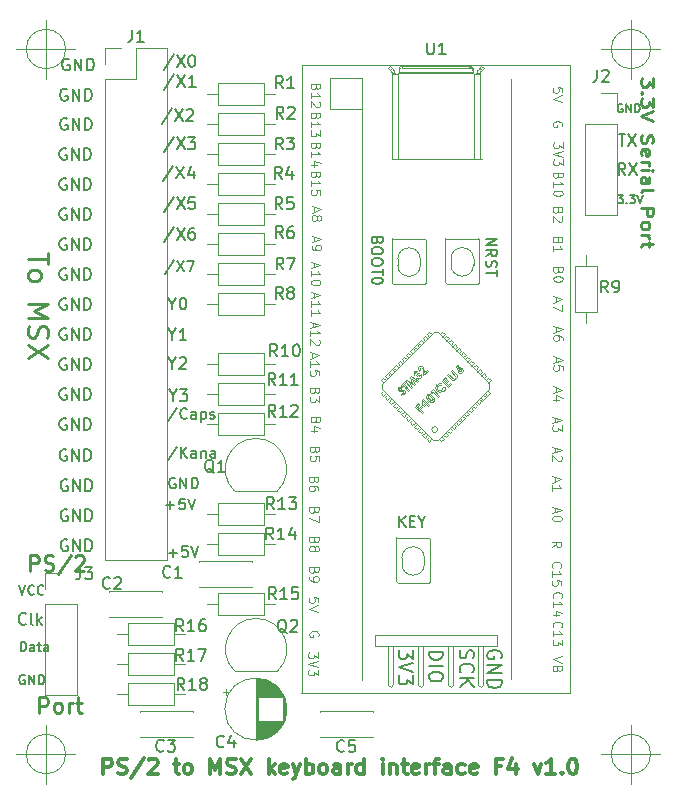
<source format=gbr>
%TF.GenerationSoftware,KiCad,Pcbnew,(5.1.6)-1*%
%TF.CreationDate,2021-11-05T07:21:48-03:00*%
%TF.ProjectId,PS2-MSX-F4,5053322d-4d53-4582-9d46-342e6b696361,rev?*%
%TF.SameCoordinates,Original*%
%TF.FileFunction,Legend,Top*%
%TF.FilePolarity,Positive*%
%FSLAX46Y46*%
G04 Gerber Fmt 4.6, Leading zero omitted, Abs format (unit mm)*
G04 Created by KiCad (PCBNEW (5.1.6)-1) date 2021-11-05 07:21:48*
%MOMM*%
%LPD*%
G01*
G04 APERTURE LIST*
%ADD10C,0.250000*%
%ADD11C,0.150000*%
%ADD12C,0.050000*%
%ADD13C,0.300000*%
%ADD14C,0.120000*%
%ADD15C,0.180000*%
G04 APERTURE END LIST*
D10*
X126440619Y-131128855D02*
X126440619Y-129828855D01*
X126935857Y-129828855D01*
X127059666Y-129890760D01*
X127121571Y-129952664D01*
X127183476Y-130076474D01*
X127183476Y-130262188D01*
X127121571Y-130385998D01*
X127059666Y-130447902D01*
X126935857Y-130509807D01*
X126440619Y-130509807D01*
X127926333Y-131128855D02*
X127802523Y-131066950D01*
X127740619Y-131005045D01*
X127678714Y-130881236D01*
X127678714Y-130509807D01*
X127740619Y-130385998D01*
X127802523Y-130324093D01*
X127926333Y-130262188D01*
X128112047Y-130262188D01*
X128235857Y-130324093D01*
X128297761Y-130385998D01*
X128359666Y-130509807D01*
X128359666Y-130881236D01*
X128297761Y-131005045D01*
X128235857Y-131066950D01*
X128112047Y-131128855D01*
X127926333Y-131128855D01*
X128916809Y-131128855D02*
X128916809Y-130262188D01*
X128916809Y-130509807D02*
X128978714Y-130385998D01*
X129040619Y-130324093D01*
X129164428Y-130262188D01*
X129288238Y-130262188D01*
X129535857Y-130262188D02*
X130031095Y-130262188D01*
X129721571Y-129828855D02*
X129721571Y-130943140D01*
X129783476Y-131066950D01*
X129907285Y-131128855D01*
X130031095Y-131128855D01*
D11*
X137443037Y-117577385D02*
X138128751Y-117577385D01*
X137785894Y-117920242D02*
X137785894Y-117234528D01*
X138985894Y-117020242D02*
X138557322Y-117020242D01*
X138514465Y-117448814D01*
X138557322Y-117405957D01*
X138643037Y-117363100D01*
X138857322Y-117363100D01*
X138943037Y-117405957D01*
X138985894Y-117448814D01*
X139028751Y-117534528D01*
X139028751Y-117748814D01*
X138985894Y-117834528D01*
X138943037Y-117877385D01*
X138857322Y-117920242D01*
X138643037Y-117920242D01*
X138557322Y-117877385D01*
X138514465Y-117834528D01*
X139285894Y-117020242D02*
X139585894Y-117920242D01*
X139885894Y-117020242D01*
X128953355Y-75781280D02*
X128858117Y-75733660D01*
X128715260Y-75733660D01*
X128572402Y-75781280D01*
X128477164Y-75876518D01*
X128429545Y-75971756D01*
X128381926Y-76162232D01*
X128381926Y-76305089D01*
X128429545Y-76495565D01*
X128477164Y-76590803D01*
X128572402Y-76686041D01*
X128715260Y-76733660D01*
X128810498Y-76733660D01*
X128953355Y-76686041D01*
X129000974Y-76638422D01*
X129000974Y-76305089D01*
X128810498Y-76305089D01*
X129429545Y-76733660D02*
X129429545Y-75733660D01*
X130000974Y-76733660D01*
X130000974Y-75733660D01*
X130477164Y-76733660D02*
X130477164Y-75733660D01*
X130715260Y-75733660D01*
X130858117Y-75781280D01*
X130953355Y-75876518D01*
X131000974Y-75971756D01*
X131048593Y-76162232D01*
X131048593Y-76305089D01*
X131000974Y-76495565D01*
X130953355Y-76590803D01*
X130858117Y-76686041D01*
X130715260Y-76733660D01*
X130477164Y-76733660D01*
D10*
X178398419Y-77383262D02*
X178398419Y-78126120D01*
X178017466Y-77726120D01*
X178017466Y-77897548D01*
X177969847Y-78011834D01*
X177922228Y-78068977D01*
X177826990Y-78126120D01*
X177588895Y-78126120D01*
X177493657Y-78068977D01*
X177446038Y-78011834D01*
X177398419Y-77897548D01*
X177398419Y-77554691D01*
X177446038Y-77440405D01*
X177493657Y-77383262D01*
X177493657Y-78640405D02*
X177446038Y-78697548D01*
X177398419Y-78640405D01*
X177446038Y-78583262D01*
X177493657Y-78640405D01*
X177398419Y-78640405D01*
X178398419Y-79097548D02*
X178398419Y-79840405D01*
X178017466Y-79440405D01*
X178017466Y-79611834D01*
X177969847Y-79726120D01*
X177922228Y-79783262D01*
X177826990Y-79840405D01*
X177588895Y-79840405D01*
X177493657Y-79783262D01*
X177446038Y-79726120D01*
X177398419Y-79611834D01*
X177398419Y-79268977D01*
X177446038Y-79154691D01*
X177493657Y-79097548D01*
X178398419Y-80183262D02*
X177398419Y-80583262D01*
X178398419Y-80983262D01*
X177446038Y-82240405D02*
X177398419Y-82411834D01*
X177398419Y-82697548D01*
X177446038Y-82811834D01*
X177493657Y-82868977D01*
X177588895Y-82926120D01*
X177684133Y-82926120D01*
X177779371Y-82868977D01*
X177826990Y-82811834D01*
X177874609Y-82697548D01*
X177922228Y-82468977D01*
X177969847Y-82354691D01*
X178017466Y-82297548D01*
X178112704Y-82240405D01*
X178207942Y-82240405D01*
X178303180Y-82297548D01*
X178350800Y-82354691D01*
X178398419Y-82468977D01*
X178398419Y-82754691D01*
X178350800Y-82926120D01*
X177446038Y-83897548D02*
X177398419Y-83783262D01*
X177398419Y-83554691D01*
X177446038Y-83440405D01*
X177541276Y-83383262D01*
X177922228Y-83383262D01*
X178017466Y-83440405D01*
X178065085Y-83554691D01*
X178065085Y-83783262D01*
X178017466Y-83897548D01*
X177922228Y-83954691D01*
X177826990Y-83954691D01*
X177731752Y-83383262D01*
X177398419Y-84468977D02*
X178065085Y-84468977D01*
X177874609Y-84468977D02*
X177969847Y-84526120D01*
X178017466Y-84583262D01*
X178065085Y-84697548D01*
X178065085Y-84811834D01*
X177398419Y-85211834D02*
X178065085Y-85211834D01*
X178398419Y-85211834D02*
X178350800Y-85154691D01*
X178303180Y-85211834D01*
X178350800Y-85268977D01*
X178398419Y-85211834D01*
X178303180Y-85211834D01*
X177398419Y-86297548D02*
X177922228Y-86297548D01*
X178017466Y-86240405D01*
X178065085Y-86126120D01*
X178065085Y-85897548D01*
X178017466Y-85783262D01*
X177446038Y-86297548D02*
X177398419Y-86183262D01*
X177398419Y-85897548D01*
X177446038Y-85783262D01*
X177541276Y-85726120D01*
X177636514Y-85726120D01*
X177731752Y-85783262D01*
X177779371Y-85897548D01*
X177779371Y-86183262D01*
X177826990Y-86297548D01*
X177398419Y-87040405D02*
X177446038Y-86926120D01*
X177541276Y-86868977D01*
X178398419Y-86868977D01*
X177398419Y-88411834D02*
X178398419Y-88411834D01*
X178398419Y-88868977D01*
X178350800Y-88983262D01*
X178303180Y-89040405D01*
X178207942Y-89097548D01*
X178065085Y-89097548D01*
X177969847Y-89040405D01*
X177922228Y-88983262D01*
X177874609Y-88868977D01*
X177874609Y-88411834D01*
X177398419Y-89783262D02*
X177446038Y-89668977D01*
X177493657Y-89611834D01*
X177588895Y-89554691D01*
X177874609Y-89554691D01*
X177969847Y-89611834D01*
X178017466Y-89668977D01*
X178065085Y-89783262D01*
X178065085Y-89954691D01*
X178017466Y-90068977D01*
X177969847Y-90126120D01*
X177874609Y-90183262D01*
X177588895Y-90183262D01*
X177493657Y-90126120D01*
X177446038Y-90068977D01*
X177398419Y-89954691D01*
X177398419Y-89783262D01*
X177398419Y-90697548D02*
X178065085Y-90697548D01*
X177874609Y-90697548D02*
X177969847Y-90754691D01*
X178017466Y-90811834D01*
X178065085Y-90926120D01*
X178065085Y-91040405D01*
X178065085Y-91268977D02*
X178065085Y-91726120D01*
X178398419Y-91440405D02*
X177541276Y-91440405D01*
X177446038Y-91497548D01*
X177398419Y-91611834D01*
X177398419Y-91726120D01*
D12*
X178196666Y-74930000D02*
G75*
G03*
X178196666Y-74930000I-1666666J0D01*
G01*
X174030000Y-74930000D02*
X179030000Y-74930000D01*
X176530000Y-72430000D02*
X176530000Y-77430000D01*
X128666666Y-134620000D02*
G75*
G03*
X128666666Y-134620000I-1666666J0D01*
G01*
X124500000Y-134620000D02*
X129500000Y-134620000D01*
X127000000Y-132120000D02*
X127000000Y-137120000D01*
X128666666Y-74930000D02*
G75*
G03*
X128666666Y-74930000I-1666666J0D01*
G01*
X124500000Y-74930000D02*
X129500000Y-74930000D01*
X127000000Y-72430000D02*
X127000000Y-77430000D01*
X178196666Y-134620000D02*
G75*
G03*
X178196666Y-134620000I-1666666J0D01*
G01*
X174030000Y-134620000D02*
X179030000Y-134620000D01*
X176530000Y-132120000D02*
X176530000Y-137120000D01*
D11*
X175428086Y-87289846D02*
X175861420Y-87289846D01*
X175628086Y-87556513D01*
X175728086Y-87556513D01*
X175794753Y-87589846D01*
X175828086Y-87623180D01*
X175861420Y-87689846D01*
X175861420Y-87856513D01*
X175828086Y-87923180D01*
X175794753Y-87956513D01*
X175728086Y-87989846D01*
X175528086Y-87989846D01*
X175461420Y-87956513D01*
X175428086Y-87923180D01*
X176161420Y-87923180D02*
X176194753Y-87956513D01*
X176161420Y-87989846D01*
X176128086Y-87956513D01*
X176161420Y-87923180D01*
X176161420Y-87989846D01*
X176428086Y-87289846D02*
X176861420Y-87289846D01*
X176628086Y-87556513D01*
X176728086Y-87556513D01*
X176794753Y-87589846D01*
X176828086Y-87623180D01*
X176861420Y-87689846D01*
X176861420Y-87856513D01*
X176828086Y-87923180D01*
X176794753Y-87956513D01*
X176728086Y-87989846D01*
X176528086Y-87989846D01*
X176461420Y-87956513D01*
X176428086Y-87923180D01*
X177061420Y-87289846D02*
X177294753Y-87989846D01*
X177528086Y-87289846D01*
D13*
X131865809Y-136315535D02*
X131865809Y-135015535D01*
X132361047Y-135015535D01*
X132484857Y-135077440D01*
X132546761Y-135139344D01*
X132608666Y-135263154D01*
X132608666Y-135448868D01*
X132546761Y-135572678D01*
X132484857Y-135634582D01*
X132361047Y-135696487D01*
X131865809Y-135696487D01*
X133103904Y-136253630D02*
X133289619Y-136315535D01*
X133599142Y-136315535D01*
X133722952Y-136253630D01*
X133784857Y-136191725D01*
X133846761Y-136067916D01*
X133846761Y-135944106D01*
X133784857Y-135820297D01*
X133722952Y-135758392D01*
X133599142Y-135696487D01*
X133351523Y-135634582D01*
X133227714Y-135572678D01*
X133165809Y-135510773D01*
X133103904Y-135386963D01*
X133103904Y-135263154D01*
X133165809Y-135139344D01*
X133227714Y-135077440D01*
X133351523Y-135015535D01*
X133661047Y-135015535D01*
X133846761Y-135077440D01*
X135332476Y-134953630D02*
X134218190Y-136625059D01*
X135703904Y-135139344D02*
X135765809Y-135077440D01*
X135889619Y-135015535D01*
X136199142Y-135015535D01*
X136322952Y-135077440D01*
X136384857Y-135139344D01*
X136446761Y-135263154D01*
X136446761Y-135386963D01*
X136384857Y-135572678D01*
X135642000Y-136315535D01*
X136446761Y-136315535D01*
X137808666Y-135448868D02*
X138303904Y-135448868D01*
X137994380Y-135015535D02*
X137994380Y-136129820D01*
X138056285Y-136253630D01*
X138180095Y-136315535D01*
X138303904Y-136315535D01*
X138922952Y-136315535D02*
X138799142Y-136253630D01*
X138737238Y-136191725D01*
X138675333Y-136067916D01*
X138675333Y-135696487D01*
X138737238Y-135572678D01*
X138799142Y-135510773D01*
X138922952Y-135448868D01*
X139108666Y-135448868D01*
X139232476Y-135510773D01*
X139294380Y-135572678D01*
X139356285Y-135696487D01*
X139356285Y-136067916D01*
X139294380Y-136191725D01*
X139232476Y-136253630D01*
X139108666Y-136315535D01*
X138922952Y-136315535D01*
X140903904Y-136315535D02*
X140903904Y-135015535D01*
X141337238Y-135944106D01*
X141770571Y-135015535D01*
X141770571Y-136315535D01*
X142327714Y-136253630D02*
X142513428Y-136315535D01*
X142822952Y-136315535D01*
X142946761Y-136253630D01*
X143008666Y-136191725D01*
X143070571Y-136067916D01*
X143070571Y-135944106D01*
X143008666Y-135820297D01*
X142946761Y-135758392D01*
X142822952Y-135696487D01*
X142575333Y-135634582D01*
X142451523Y-135572678D01*
X142389619Y-135510773D01*
X142327714Y-135386963D01*
X142327714Y-135263154D01*
X142389619Y-135139344D01*
X142451523Y-135077440D01*
X142575333Y-135015535D01*
X142884857Y-135015535D01*
X143070571Y-135077440D01*
X143503904Y-135015535D02*
X144370571Y-136315535D01*
X144370571Y-135015535D02*
X143503904Y-136315535D01*
X145856285Y-136315535D02*
X145856285Y-135015535D01*
X145980095Y-135820297D02*
X146351523Y-136315535D01*
X146351523Y-135448868D02*
X145856285Y-135944106D01*
X147403904Y-136253630D02*
X147280095Y-136315535D01*
X147032476Y-136315535D01*
X146908666Y-136253630D01*
X146846761Y-136129820D01*
X146846761Y-135634582D01*
X146908666Y-135510773D01*
X147032476Y-135448868D01*
X147280095Y-135448868D01*
X147403904Y-135510773D01*
X147465809Y-135634582D01*
X147465809Y-135758392D01*
X146846761Y-135882201D01*
X147899142Y-135448868D02*
X148208666Y-136315535D01*
X148518190Y-135448868D02*
X148208666Y-136315535D01*
X148084857Y-136625059D01*
X148022952Y-136686963D01*
X147899142Y-136748868D01*
X149013428Y-136315535D02*
X149013428Y-135015535D01*
X149013428Y-135510773D02*
X149137238Y-135448868D01*
X149384857Y-135448868D01*
X149508666Y-135510773D01*
X149570571Y-135572678D01*
X149632476Y-135696487D01*
X149632476Y-136067916D01*
X149570571Y-136191725D01*
X149508666Y-136253630D01*
X149384857Y-136315535D01*
X149137238Y-136315535D01*
X149013428Y-136253630D01*
X150375333Y-136315535D02*
X150251523Y-136253630D01*
X150189619Y-136191725D01*
X150127714Y-136067916D01*
X150127714Y-135696487D01*
X150189619Y-135572678D01*
X150251523Y-135510773D01*
X150375333Y-135448868D01*
X150561047Y-135448868D01*
X150684857Y-135510773D01*
X150746761Y-135572678D01*
X150808666Y-135696487D01*
X150808666Y-136067916D01*
X150746761Y-136191725D01*
X150684857Y-136253630D01*
X150561047Y-136315535D01*
X150375333Y-136315535D01*
X151922952Y-136315535D02*
X151922952Y-135634582D01*
X151861047Y-135510773D01*
X151737238Y-135448868D01*
X151489619Y-135448868D01*
X151365809Y-135510773D01*
X151922952Y-136253630D02*
X151799142Y-136315535D01*
X151489619Y-136315535D01*
X151365809Y-136253630D01*
X151303904Y-136129820D01*
X151303904Y-136006011D01*
X151365809Y-135882201D01*
X151489619Y-135820297D01*
X151799142Y-135820297D01*
X151922952Y-135758392D01*
X152542000Y-136315535D02*
X152542000Y-135448868D01*
X152542000Y-135696487D02*
X152603904Y-135572678D01*
X152665809Y-135510773D01*
X152789619Y-135448868D01*
X152913428Y-135448868D01*
X153903904Y-136315535D02*
X153903904Y-135015535D01*
X153903904Y-136253630D02*
X153780095Y-136315535D01*
X153532476Y-136315535D01*
X153408666Y-136253630D01*
X153346761Y-136191725D01*
X153284857Y-136067916D01*
X153284857Y-135696487D01*
X153346761Y-135572678D01*
X153408666Y-135510773D01*
X153532476Y-135448868D01*
X153780095Y-135448868D01*
X153903904Y-135510773D01*
X155513428Y-136315535D02*
X155513428Y-135448868D01*
X155513428Y-135015535D02*
X155451523Y-135077440D01*
X155513428Y-135139344D01*
X155575333Y-135077440D01*
X155513428Y-135015535D01*
X155513428Y-135139344D01*
X156132476Y-135448868D02*
X156132476Y-136315535D01*
X156132476Y-135572678D02*
X156194380Y-135510773D01*
X156318190Y-135448868D01*
X156503904Y-135448868D01*
X156627714Y-135510773D01*
X156689619Y-135634582D01*
X156689619Y-136315535D01*
X157122952Y-135448868D02*
X157618190Y-135448868D01*
X157308666Y-135015535D02*
X157308666Y-136129820D01*
X157370571Y-136253630D01*
X157494380Y-136315535D01*
X157618190Y-136315535D01*
X158546761Y-136253630D02*
X158422952Y-136315535D01*
X158175333Y-136315535D01*
X158051523Y-136253630D01*
X157989619Y-136129820D01*
X157989619Y-135634582D01*
X158051523Y-135510773D01*
X158175333Y-135448868D01*
X158422952Y-135448868D01*
X158546761Y-135510773D01*
X158608666Y-135634582D01*
X158608666Y-135758392D01*
X157989619Y-135882201D01*
X159165809Y-136315535D02*
X159165809Y-135448868D01*
X159165809Y-135696487D02*
X159227714Y-135572678D01*
X159289619Y-135510773D01*
X159413428Y-135448868D01*
X159537238Y-135448868D01*
X159784857Y-135448868D02*
X160280095Y-135448868D01*
X159970571Y-136315535D02*
X159970571Y-135201249D01*
X160032476Y-135077440D01*
X160156285Y-135015535D01*
X160280095Y-135015535D01*
X161270571Y-136315535D02*
X161270571Y-135634582D01*
X161208666Y-135510773D01*
X161084857Y-135448868D01*
X160837238Y-135448868D01*
X160713428Y-135510773D01*
X161270571Y-136253630D02*
X161146761Y-136315535D01*
X160837238Y-136315535D01*
X160713428Y-136253630D01*
X160651523Y-136129820D01*
X160651523Y-136006011D01*
X160713428Y-135882201D01*
X160837238Y-135820297D01*
X161146761Y-135820297D01*
X161270571Y-135758392D01*
X162446761Y-136253630D02*
X162322952Y-136315535D01*
X162075333Y-136315535D01*
X161951523Y-136253630D01*
X161889619Y-136191725D01*
X161827714Y-136067916D01*
X161827714Y-135696487D01*
X161889619Y-135572678D01*
X161951523Y-135510773D01*
X162075333Y-135448868D01*
X162322952Y-135448868D01*
X162446761Y-135510773D01*
X163499142Y-136253630D02*
X163375333Y-136315535D01*
X163127714Y-136315535D01*
X163003904Y-136253630D01*
X162942000Y-136129820D01*
X162942000Y-135634582D01*
X163003904Y-135510773D01*
X163127714Y-135448868D01*
X163375333Y-135448868D01*
X163499142Y-135510773D01*
X163561047Y-135634582D01*
X163561047Y-135758392D01*
X162942000Y-135882201D01*
X165542000Y-135634582D02*
X165108666Y-135634582D01*
X165108666Y-136315535D02*
X165108666Y-135015535D01*
X165727714Y-135015535D01*
X166780095Y-135448868D02*
X166780095Y-136315535D01*
X166470571Y-134953630D02*
X166161047Y-135882201D01*
X166965809Y-135882201D01*
X168327714Y-135448868D02*
X168637238Y-136315535D01*
X168946761Y-135448868D01*
X170122952Y-136315535D02*
X169380095Y-136315535D01*
X169751523Y-136315535D02*
X169751523Y-135015535D01*
X169627714Y-135201249D01*
X169503904Y-135325059D01*
X169380095Y-135386963D01*
X170680095Y-136191725D02*
X170742000Y-136253630D01*
X170680095Y-136315535D01*
X170618190Y-136253630D01*
X170680095Y-136191725D01*
X170680095Y-136315535D01*
X171546761Y-135015535D02*
X171670571Y-135015535D01*
X171794380Y-135077440D01*
X171856285Y-135139344D01*
X171918190Y-135263154D01*
X171980095Y-135510773D01*
X171980095Y-135820297D01*
X171918190Y-136067916D01*
X171856285Y-136191725D01*
X171794380Y-136253630D01*
X171670571Y-136315535D01*
X171546761Y-136315535D01*
X171422952Y-136253630D01*
X171361047Y-136191725D01*
X171299142Y-136067916D01*
X171237238Y-135820297D01*
X171237238Y-135510773D01*
X171299142Y-135263154D01*
X171361047Y-135139344D01*
X171422952Y-135077440D01*
X171546761Y-135015535D01*
D11*
X176055993Y-85580480D02*
X175722660Y-85104290D01*
X175484564Y-85580480D02*
X175484564Y-84580480D01*
X175865517Y-84580480D01*
X175960755Y-84628100D01*
X176008374Y-84675719D01*
X176055993Y-84770957D01*
X176055993Y-84913814D01*
X176008374Y-85009052D01*
X175960755Y-85056671D01*
X175865517Y-85104290D01*
X175484564Y-85104290D01*
X176389326Y-84580480D02*
X177055993Y-85580480D01*
X177055993Y-84580480D02*
X176389326Y-85580480D01*
X175488695Y-82106520D02*
X176060123Y-82106520D01*
X175774409Y-83106520D02*
X175774409Y-82106520D01*
X176298219Y-82106520D02*
X176964885Y-83106520D01*
X176964885Y-82106520D02*
X176298219Y-83106520D01*
X175796006Y-79616820D02*
X175729340Y-79583486D01*
X175629340Y-79583486D01*
X175529340Y-79616820D01*
X175462673Y-79683486D01*
X175429340Y-79750153D01*
X175396006Y-79883486D01*
X175396006Y-79983486D01*
X175429340Y-80116820D01*
X175462673Y-80183486D01*
X175529340Y-80250153D01*
X175629340Y-80283486D01*
X175696006Y-80283486D01*
X175796006Y-80250153D01*
X175829340Y-80216820D01*
X175829340Y-79983486D01*
X175696006Y-79983486D01*
X176129340Y-80283486D02*
X176129340Y-79583486D01*
X176529340Y-80283486D01*
X176529340Y-79583486D01*
X176862673Y-80283486D02*
X176862673Y-79583486D01*
X177029340Y-79583486D01*
X177129340Y-79616820D01*
X177196006Y-79683486D01*
X177229340Y-79750153D01*
X177262673Y-79883486D01*
X177262673Y-79983486D01*
X177229340Y-80116820D01*
X177196006Y-80183486D01*
X177129340Y-80250153D01*
X177029340Y-80283486D01*
X176862673Y-80283486D01*
D10*
X125649796Y-119104495D02*
X125649796Y-117804495D01*
X126145034Y-117804495D01*
X126268843Y-117866400D01*
X126330748Y-117928304D01*
X126392653Y-118052114D01*
X126392653Y-118237828D01*
X126330748Y-118361638D01*
X126268843Y-118423542D01*
X126145034Y-118485447D01*
X125649796Y-118485447D01*
X126887891Y-119042590D02*
X127073605Y-119104495D01*
X127383129Y-119104495D01*
X127506939Y-119042590D01*
X127568843Y-118980685D01*
X127630748Y-118856876D01*
X127630748Y-118733066D01*
X127568843Y-118609257D01*
X127506939Y-118547352D01*
X127383129Y-118485447D01*
X127135510Y-118423542D01*
X127011700Y-118361638D01*
X126949796Y-118299733D01*
X126887891Y-118175923D01*
X126887891Y-118052114D01*
X126949796Y-117928304D01*
X127011700Y-117866400D01*
X127135510Y-117804495D01*
X127445034Y-117804495D01*
X127630748Y-117866400D01*
X129116462Y-117742590D02*
X128002177Y-119414019D01*
X129487891Y-117928304D02*
X129549796Y-117866400D01*
X129673605Y-117804495D01*
X129983129Y-117804495D01*
X130106939Y-117866400D01*
X130168843Y-117928304D01*
X130230748Y-118052114D01*
X130230748Y-118175923D01*
X130168843Y-118361638D01*
X129425986Y-119104495D01*
X130230748Y-119104495D01*
D11*
X125186516Y-127933500D02*
X125110325Y-127895404D01*
X124996040Y-127895404D01*
X124881754Y-127933500D01*
X124805563Y-128009690D01*
X124767468Y-128085880D01*
X124729373Y-128238261D01*
X124729373Y-128352547D01*
X124767468Y-128504928D01*
X124805563Y-128581119D01*
X124881754Y-128657309D01*
X124996040Y-128695404D01*
X125072230Y-128695404D01*
X125186516Y-128657309D01*
X125224611Y-128619214D01*
X125224611Y-128352547D01*
X125072230Y-128352547D01*
X125567468Y-128695404D02*
X125567468Y-127895404D01*
X126024611Y-128695404D01*
X126024611Y-127895404D01*
X126405563Y-128695404D02*
X126405563Y-127895404D01*
X126596040Y-127895404D01*
X126710325Y-127933500D01*
X126786516Y-128009690D01*
X126824611Y-128085880D01*
X126862706Y-128238261D01*
X126862706Y-128352547D01*
X126824611Y-128504928D01*
X126786516Y-128581119D01*
X126710325Y-128657309D01*
X126596040Y-128695404D01*
X126405563Y-128695404D01*
X124867815Y-125924264D02*
X124867815Y-125124264D01*
X125058291Y-125124264D01*
X125172577Y-125162360D01*
X125248767Y-125238550D01*
X125286862Y-125314740D01*
X125324958Y-125467121D01*
X125324958Y-125581407D01*
X125286862Y-125733788D01*
X125248767Y-125809979D01*
X125172577Y-125886169D01*
X125058291Y-125924264D01*
X124867815Y-125924264D01*
X126010672Y-125924264D02*
X126010672Y-125505217D01*
X125972577Y-125429026D01*
X125896386Y-125390931D01*
X125744005Y-125390931D01*
X125667815Y-125429026D01*
X126010672Y-125886169D02*
X125934481Y-125924264D01*
X125744005Y-125924264D01*
X125667815Y-125886169D01*
X125629720Y-125809979D01*
X125629720Y-125733788D01*
X125667815Y-125657598D01*
X125744005Y-125619502D01*
X125934481Y-125619502D01*
X126010672Y-125581407D01*
X126277339Y-125390931D02*
X126582100Y-125390931D01*
X126391624Y-125124264D02*
X126391624Y-125809979D01*
X126429720Y-125886169D01*
X126505910Y-125924264D01*
X126582100Y-125924264D01*
X127191624Y-125924264D02*
X127191624Y-125505217D01*
X127153529Y-125429026D01*
X127077339Y-125390931D01*
X126924958Y-125390931D01*
X126848767Y-125429026D01*
X127191624Y-125886169D02*
X127115434Y-125924264D01*
X126924958Y-125924264D01*
X126848767Y-125886169D01*
X126810672Y-125809979D01*
X126810672Y-125733788D01*
X126848767Y-125657598D01*
X126924958Y-125619502D01*
X127115434Y-125619502D01*
X127191624Y-125581407D01*
X125296657Y-123570002D02*
X125249038Y-123617621D01*
X125106180Y-123665240D01*
X125010942Y-123665240D01*
X124868085Y-123617621D01*
X124772847Y-123522383D01*
X124725228Y-123427145D01*
X124677609Y-123236669D01*
X124677609Y-123093812D01*
X124725228Y-122903336D01*
X124772847Y-122808098D01*
X124868085Y-122712860D01*
X125010942Y-122665240D01*
X125106180Y-122665240D01*
X125249038Y-122712860D01*
X125296657Y-122760479D01*
X125868085Y-123665240D02*
X125772847Y-123617621D01*
X125725228Y-123522383D01*
X125725228Y-122665240D01*
X126249038Y-123665240D02*
X126249038Y-122665240D01*
X126344276Y-123284288D02*
X126629990Y-123665240D01*
X126629990Y-122998574D02*
X126249038Y-123379526D01*
X124729373Y-120331284D02*
X124996040Y-121131284D01*
X125262706Y-120331284D01*
X125986516Y-121055094D02*
X125948420Y-121093189D01*
X125834135Y-121131284D01*
X125757944Y-121131284D01*
X125643659Y-121093189D01*
X125567468Y-121016999D01*
X125529373Y-120940808D01*
X125491278Y-120788427D01*
X125491278Y-120674141D01*
X125529373Y-120521760D01*
X125567468Y-120445570D01*
X125643659Y-120369380D01*
X125757944Y-120331284D01*
X125834135Y-120331284D01*
X125948420Y-120369380D01*
X125986516Y-120407475D01*
X126786516Y-121055094D02*
X126748420Y-121093189D01*
X126634135Y-121131284D01*
X126557944Y-121131284D01*
X126443659Y-121093189D01*
X126367468Y-121016999D01*
X126329373Y-120940808D01*
X126291278Y-120788427D01*
X126291278Y-120674141D01*
X126329373Y-120521760D01*
X126367468Y-120445570D01*
X126443659Y-120369380D01*
X126557944Y-120331284D01*
X126634135Y-120331284D01*
X126748420Y-120369380D01*
X126786516Y-120407475D01*
D10*
X127161332Y-92179542D02*
X127161332Y-93150971D01*
X125461332Y-92665257D02*
X127161332Y-92665257D01*
X125461332Y-93960495D02*
X125542284Y-93798590D01*
X125623237Y-93717638D01*
X125785141Y-93636685D01*
X126270856Y-93636685D01*
X126432760Y-93717638D01*
X126513713Y-93798590D01*
X126594665Y-93960495D01*
X126594665Y-94203352D01*
X126513713Y-94365257D01*
X126432760Y-94446209D01*
X126270856Y-94527161D01*
X125785141Y-94527161D01*
X125623237Y-94446209D01*
X125542284Y-94365257D01*
X125461332Y-94203352D01*
X125461332Y-93960495D01*
X125461332Y-96550971D02*
X127161332Y-96550971D01*
X125947046Y-97117638D01*
X127161332Y-97684304D01*
X125461332Y-97684304D01*
X125542284Y-98412876D02*
X125461332Y-98655733D01*
X125461332Y-99060495D01*
X125542284Y-99222400D01*
X125623237Y-99303352D01*
X125785141Y-99384304D01*
X125947046Y-99384304D01*
X126108951Y-99303352D01*
X126189903Y-99222400D01*
X126270856Y-99060495D01*
X126351808Y-98736685D01*
X126432760Y-98574780D01*
X126513713Y-98493828D01*
X126675618Y-98412876D01*
X126837522Y-98412876D01*
X126999427Y-98493828D01*
X127080380Y-98574780D01*
X127161332Y-98736685D01*
X127161332Y-99141447D01*
X127080380Y-99384304D01*
X127161332Y-99950971D02*
X125461332Y-101084304D01*
X127161332Y-101084304D02*
X125461332Y-99950971D01*
D11*
X128816195Y-116484780D02*
X128720957Y-116437160D01*
X128578100Y-116437160D01*
X128435242Y-116484780D01*
X128340004Y-116580018D01*
X128292385Y-116675256D01*
X128244766Y-116865732D01*
X128244766Y-117008589D01*
X128292385Y-117199065D01*
X128340004Y-117294303D01*
X128435242Y-117389541D01*
X128578100Y-117437160D01*
X128673338Y-117437160D01*
X128816195Y-117389541D01*
X128863814Y-117341922D01*
X128863814Y-117008589D01*
X128673338Y-117008589D01*
X129292385Y-117437160D02*
X129292385Y-116437160D01*
X129863814Y-117437160D01*
X129863814Y-116437160D01*
X130340004Y-117437160D02*
X130340004Y-116437160D01*
X130578100Y-116437160D01*
X130720957Y-116484780D01*
X130816195Y-116580018D01*
X130863814Y-116675256D01*
X130911433Y-116865732D01*
X130911433Y-117008589D01*
X130863814Y-117199065D01*
X130816195Y-117294303D01*
X130720957Y-117389541D01*
X130578100Y-117437160D01*
X130340004Y-117437160D01*
X128816195Y-113944780D02*
X128720957Y-113897160D01*
X128578100Y-113897160D01*
X128435242Y-113944780D01*
X128340004Y-114040018D01*
X128292385Y-114135256D01*
X128244766Y-114325732D01*
X128244766Y-114468589D01*
X128292385Y-114659065D01*
X128340004Y-114754303D01*
X128435242Y-114849541D01*
X128578100Y-114897160D01*
X128673338Y-114897160D01*
X128816195Y-114849541D01*
X128863814Y-114801922D01*
X128863814Y-114468589D01*
X128673338Y-114468589D01*
X129292385Y-114897160D02*
X129292385Y-113897160D01*
X129863814Y-114897160D01*
X129863814Y-113897160D01*
X130340004Y-114897160D02*
X130340004Y-113897160D01*
X130578100Y-113897160D01*
X130720957Y-113944780D01*
X130816195Y-114040018D01*
X130863814Y-114135256D01*
X130911433Y-114325732D01*
X130911433Y-114468589D01*
X130863814Y-114659065D01*
X130816195Y-114754303D01*
X130720957Y-114849541D01*
X130578100Y-114897160D01*
X130340004Y-114897160D01*
X128816195Y-111404780D02*
X128720957Y-111357160D01*
X128578100Y-111357160D01*
X128435242Y-111404780D01*
X128340004Y-111500018D01*
X128292385Y-111595256D01*
X128244766Y-111785732D01*
X128244766Y-111928589D01*
X128292385Y-112119065D01*
X128340004Y-112214303D01*
X128435242Y-112309541D01*
X128578100Y-112357160D01*
X128673338Y-112357160D01*
X128816195Y-112309541D01*
X128863814Y-112261922D01*
X128863814Y-111928589D01*
X128673338Y-111928589D01*
X129292385Y-112357160D02*
X129292385Y-111357160D01*
X129863814Y-112357160D01*
X129863814Y-111357160D01*
X130340004Y-112357160D02*
X130340004Y-111357160D01*
X130578100Y-111357160D01*
X130720957Y-111404780D01*
X130816195Y-111500018D01*
X130863814Y-111595256D01*
X130911433Y-111785732D01*
X130911433Y-111928589D01*
X130863814Y-112119065D01*
X130816195Y-112214303D01*
X130720957Y-112309541D01*
X130578100Y-112357160D01*
X130340004Y-112357160D01*
X128734915Y-108836840D02*
X128639677Y-108789220D01*
X128496820Y-108789220D01*
X128353962Y-108836840D01*
X128258724Y-108932078D01*
X128211105Y-109027316D01*
X128163486Y-109217792D01*
X128163486Y-109360649D01*
X128211105Y-109551125D01*
X128258724Y-109646363D01*
X128353962Y-109741601D01*
X128496820Y-109789220D01*
X128592058Y-109789220D01*
X128734915Y-109741601D01*
X128782534Y-109693982D01*
X128782534Y-109360649D01*
X128592058Y-109360649D01*
X129211105Y-109789220D02*
X129211105Y-108789220D01*
X129782534Y-109789220D01*
X129782534Y-108789220D01*
X130258724Y-109789220D02*
X130258724Y-108789220D01*
X130496820Y-108789220D01*
X130639677Y-108836840D01*
X130734915Y-108932078D01*
X130782534Y-109027316D01*
X130830153Y-109217792D01*
X130830153Y-109360649D01*
X130782534Y-109551125D01*
X130734915Y-109646363D01*
X130639677Y-109741601D01*
X130496820Y-109789220D01*
X130258724Y-109789220D01*
X128714595Y-106220640D02*
X128619357Y-106173020D01*
X128476500Y-106173020D01*
X128333642Y-106220640D01*
X128238404Y-106315878D01*
X128190785Y-106411116D01*
X128143166Y-106601592D01*
X128143166Y-106744449D01*
X128190785Y-106934925D01*
X128238404Y-107030163D01*
X128333642Y-107125401D01*
X128476500Y-107173020D01*
X128571738Y-107173020D01*
X128714595Y-107125401D01*
X128762214Y-107077782D01*
X128762214Y-106744449D01*
X128571738Y-106744449D01*
X129190785Y-107173020D02*
X129190785Y-106173020D01*
X129762214Y-107173020D01*
X129762214Y-106173020D01*
X130238404Y-107173020D02*
X130238404Y-106173020D01*
X130476500Y-106173020D01*
X130619357Y-106220640D01*
X130714595Y-106315878D01*
X130762214Y-106411116D01*
X130809833Y-106601592D01*
X130809833Y-106744449D01*
X130762214Y-106934925D01*
X130714595Y-107030163D01*
X130619357Y-107125401D01*
X130476500Y-107173020D01*
X130238404Y-107173020D01*
X128714595Y-103680640D02*
X128619357Y-103633020D01*
X128476500Y-103633020D01*
X128333642Y-103680640D01*
X128238404Y-103775878D01*
X128190785Y-103871116D01*
X128143166Y-104061592D01*
X128143166Y-104204449D01*
X128190785Y-104394925D01*
X128238404Y-104490163D01*
X128333642Y-104585401D01*
X128476500Y-104633020D01*
X128571738Y-104633020D01*
X128714595Y-104585401D01*
X128762214Y-104537782D01*
X128762214Y-104204449D01*
X128571738Y-104204449D01*
X129190785Y-104633020D02*
X129190785Y-103633020D01*
X129762214Y-104633020D01*
X129762214Y-103633020D01*
X130238404Y-104633020D02*
X130238404Y-103633020D01*
X130476500Y-103633020D01*
X130619357Y-103680640D01*
X130714595Y-103775878D01*
X130762214Y-103871116D01*
X130809833Y-104061592D01*
X130809833Y-104204449D01*
X130762214Y-104394925D01*
X130714595Y-104490163D01*
X130619357Y-104585401D01*
X130476500Y-104633020D01*
X130238404Y-104633020D01*
X128714595Y-101140640D02*
X128619357Y-101093020D01*
X128476500Y-101093020D01*
X128333642Y-101140640D01*
X128238404Y-101235878D01*
X128190785Y-101331116D01*
X128143166Y-101521592D01*
X128143166Y-101664449D01*
X128190785Y-101854925D01*
X128238404Y-101950163D01*
X128333642Y-102045401D01*
X128476500Y-102093020D01*
X128571738Y-102093020D01*
X128714595Y-102045401D01*
X128762214Y-101997782D01*
X128762214Y-101664449D01*
X128571738Y-101664449D01*
X129190785Y-102093020D02*
X129190785Y-101093020D01*
X129762214Y-102093020D01*
X129762214Y-101093020D01*
X130238404Y-102093020D02*
X130238404Y-101093020D01*
X130476500Y-101093020D01*
X130619357Y-101140640D01*
X130714595Y-101235878D01*
X130762214Y-101331116D01*
X130809833Y-101521592D01*
X130809833Y-101664449D01*
X130762214Y-101854925D01*
X130714595Y-101950163D01*
X130619357Y-102045401D01*
X130476500Y-102093020D01*
X130238404Y-102093020D01*
X128714595Y-98600640D02*
X128619357Y-98553020D01*
X128476500Y-98553020D01*
X128333642Y-98600640D01*
X128238404Y-98695878D01*
X128190785Y-98791116D01*
X128143166Y-98981592D01*
X128143166Y-99124449D01*
X128190785Y-99314925D01*
X128238404Y-99410163D01*
X128333642Y-99505401D01*
X128476500Y-99553020D01*
X128571738Y-99553020D01*
X128714595Y-99505401D01*
X128762214Y-99457782D01*
X128762214Y-99124449D01*
X128571738Y-99124449D01*
X129190785Y-99553020D02*
X129190785Y-98553020D01*
X129762214Y-99553020D01*
X129762214Y-98553020D01*
X130238404Y-99553020D02*
X130238404Y-98553020D01*
X130476500Y-98553020D01*
X130619357Y-98600640D01*
X130714595Y-98695878D01*
X130762214Y-98791116D01*
X130809833Y-98981592D01*
X130809833Y-99124449D01*
X130762214Y-99314925D01*
X130714595Y-99410163D01*
X130619357Y-99505401D01*
X130476500Y-99553020D01*
X130238404Y-99553020D01*
X128714595Y-96060640D02*
X128619357Y-96013020D01*
X128476500Y-96013020D01*
X128333642Y-96060640D01*
X128238404Y-96155878D01*
X128190785Y-96251116D01*
X128143166Y-96441592D01*
X128143166Y-96584449D01*
X128190785Y-96774925D01*
X128238404Y-96870163D01*
X128333642Y-96965401D01*
X128476500Y-97013020D01*
X128571738Y-97013020D01*
X128714595Y-96965401D01*
X128762214Y-96917782D01*
X128762214Y-96584449D01*
X128571738Y-96584449D01*
X129190785Y-97013020D02*
X129190785Y-96013020D01*
X129762214Y-97013020D01*
X129762214Y-96013020D01*
X130238404Y-97013020D02*
X130238404Y-96013020D01*
X130476500Y-96013020D01*
X130619357Y-96060640D01*
X130714595Y-96155878D01*
X130762214Y-96251116D01*
X130809833Y-96441592D01*
X130809833Y-96584449D01*
X130762214Y-96774925D01*
X130714595Y-96870163D01*
X130619357Y-96965401D01*
X130476500Y-97013020D01*
X130238404Y-97013020D01*
X128714595Y-93520640D02*
X128619357Y-93473020D01*
X128476500Y-93473020D01*
X128333642Y-93520640D01*
X128238404Y-93615878D01*
X128190785Y-93711116D01*
X128143166Y-93901592D01*
X128143166Y-94044449D01*
X128190785Y-94234925D01*
X128238404Y-94330163D01*
X128333642Y-94425401D01*
X128476500Y-94473020D01*
X128571738Y-94473020D01*
X128714595Y-94425401D01*
X128762214Y-94377782D01*
X128762214Y-94044449D01*
X128571738Y-94044449D01*
X129190785Y-94473020D02*
X129190785Y-93473020D01*
X129762214Y-94473020D01*
X129762214Y-93473020D01*
X130238404Y-94473020D02*
X130238404Y-93473020D01*
X130476500Y-93473020D01*
X130619357Y-93520640D01*
X130714595Y-93615878D01*
X130762214Y-93711116D01*
X130809833Y-93901592D01*
X130809833Y-94044449D01*
X130762214Y-94234925D01*
X130714595Y-94330163D01*
X130619357Y-94425401D01*
X130476500Y-94473020D01*
X130238404Y-94473020D01*
X128714595Y-90980640D02*
X128619357Y-90933020D01*
X128476500Y-90933020D01*
X128333642Y-90980640D01*
X128238404Y-91075878D01*
X128190785Y-91171116D01*
X128143166Y-91361592D01*
X128143166Y-91504449D01*
X128190785Y-91694925D01*
X128238404Y-91790163D01*
X128333642Y-91885401D01*
X128476500Y-91933020D01*
X128571738Y-91933020D01*
X128714595Y-91885401D01*
X128762214Y-91837782D01*
X128762214Y-91504449D01*
X128571738Y-91504449D01*
X129190785Y-91933020D02*
X129190785Y-90933020D01*
X129762214Y-91933020D01*
X129762214Y-90933020D01*
X130238404Y-91933020D02*
X130238404Y-90933020D01*
X130476500Y-90933020D01*
X130619357Y-90980640D01*
X130714595Y-91075878D01*
X130762214Y-91171116D01*
X130809833Y-91361592D01*
X130809833Y-91504449D01*
X130762214Y-91694925D01*
X130714595Y-91790163D01*
X130619357Y-91885401D01*
X130476500Y-91933020D01*
X130238404Y-91933020D01*
X128714595Y-88440640D02*
X128619357Y-88393020D01*
X128476500Y-88393020D01*
X128333642Y-88440640D01*
X128238404Y-88535878D01*
X128190785Y-88631116D01*
X128143166Y-88821592D01*
X128143166Y-88964449D01*
X128190785Y-89154925D01*
X128238404Y-89250163D01*
X128333642Y-89345401D01*
X128476500Y-89393020D01*
X128571738Y-89393020D01*
X128714595Y-89345401D01*
X128762214Y-89297782D01*
X128762214Y-88964449D01*
X128571738Y-88964449D01*
X129190785Y-89393020D02*
X129190785Y-88393020D01*
X129762214Y-89393020D01*
X129762214Y-88393020D01*
X130238404Y-89393020D02*
X130238404Y-88393020D01*
X130476500Y-88393020D01*
X130619357Y-88440640D01*
X130714595Y-88535878D01*
X130762214Y-88631116D01*
X130809833Y-88821592D01*
X130809833Y-88964449D01*
X130762214Y-89154925D01*
X130714595Y-89250163D01*
X130619357Y-89345401D01*
X130476500Y-89393020D01*
X130238404Y-89393020D01*
X128714595Y-85900640D02*
X128619357Y-85853020D01*
X128476500Y-85853020D01*
X128333642Y-85900640D01*
X128238404Y-85995878D01*
X128190785Y-86091116D01*
X128143166Y-86281592D01*
X128143166Y-86424449D01*
X128190785Y-86614925D01*
X128238404Y-86710163D01*
X128333642Y-86805401D01*
X128476500Y-86853020D01*
X128571738Y-86853020D01*
X128714595Y-86805401D01*
X128762214Y-86757782D01*
X128762214Y-86424449D01*
X128571738Y-86424449D01*
X129190785Y-86853020D02*
X129190785Y-85853020D01*
X129762214Y-86853020D01*
X129762214Y-85853020D01*
X130238404Y-86853020D02*
X130238404Y-85853020D01*
X130476500Y-85853020D01*
X130619357Y-85900640D01*
X130714595Y-85995878D01*
X130762214Y-86091116D01*
X130809833Y-86281592D01*
X130809833Y-86424449D01*
X130762214Y-86614925D01*
X130714595Y-86710163D01*
X130619357Y-86805401D01*
X130476500Y-86853020D01*
X130238404Y-86853020D01*
X128714595Y-83360640D02*
X128619357Y-83313020D01*
X128476500Y-83313020D01*
X128333642Y-83360640D01*
X128238404Y-83455878D01*
X128190785Y-83551116D01*
X128143166Y-83741592D01*
X128143166Y-83884449D01*
X128190785Y-84074925D01*
X128238404Y-84170163D01*
X128333642Y-84265401D01*
X128476500Y-84313020D01*
X128571738Y-84313020D01*
X128714595Y-84265401D01*
X128762214Y-84217782D01*
X128762214Y-83884449D01*
X128571738Y-83884449D01*
X129190785Y-84313020D02*
X129190785Y-83313020D01*
X129762214Y-84313020D01*
X129762214Y-83313020D01*
X130238404Y-84313020D02*
X130238404Y-83313020D01*
X130476500Y-83313020D01*
X130619357Y-83360640D01*
X130714595Y-83455878D01*
X130762214Y-83551116D01*
X130809833Y-83741592D01*
X130809833Y-83884449D01*
X130762214Y-84074925D01*
X130714595Y-84170163D01*
X130619357Y-84265401D01*
X130476500Y-84313020D01*
X130238404Y-84313020D01*
X128780635Y-80815560D02*
X128685397Y-80767940D01*
X128542540Y-80767940D01*
X128399682Y-80815560D01*
X128304444Y-80910798D01*
X128256825Y-81006036D01*
X128209206Y-81196512D01*
X128209206Y-81339369D01*
X128256825Y-81529845D01*
X128304444Y-81625083D01*
X128399682Y-81720321D01*
X128542540Y-81767940D01*
X128637778Y-81767940D01*
X128780635Y-81720321D01*
X128828254Y-81672702D01*
X128828254Y-81339369D01*
X128637778Y-81339369D01*
X129256825Y-81767940D02*
X129256825Y-80767940D01*
X129828254Y-81767940D01*
X129828254Y-80767940D01*
X130304444Y-81767940D02*
X130304444Y-80767940D01*
X130542540Y-80767940D01*
X130685397Y-80815560D01*
X130780635Y-80910798D01*
X130828254Y-81006036D01*
X130875873Y-81196512D01*
X130875873Y-81339369D01*
X130828254Y-81529845D01*
X130780635Y-81625083D01*
X130685397Y-81720321D01*
X130542540Y-81767940D01*
X130304444Y-81767940D01*
X128780635Y-78339060D02*
X128685397Y-78291440D01*
X128542540Y-78291440D01*
X128399682Y-78339060D01*
X128304444Y-78434298D01*
X128256825Y-78529536D01*
X128209206Y-78720012D01*
X128209206Y-78862869D01*
X128256825Y-79053345D01*
X128304444Y-79148583D01*
X128399682Y-79243821D01*
X128542540Y-79291440D01*
X128637778Y-79291440D01*
X128780635Y-79243821D01*
X128828254Y-79196202D01*
X128828254Y-78862869D01*
X128637778Y-78862869D01*
X129256825Y-79291440D02*
X129256825Y-78291440D01*
X129828254Y-79291440D01*
X129828254Y-78291440D01*
X130304444Y-79291440D02*
X130304444Y-78291440D01*
X130542540Y-78291440D01*
X130685397Y-78339060D01*
X130780635Y-78434298D01*
X130828254Y-78529536D01*
X130875873Y-78720012D01*
X130875873Y-78862869D01*
X130828254Y-79053345D01*
X130780635Y-79148583D01*
X130685397Y-79243821D01*
X130542540Y-79291440D01*
X130304444Y-79291440D01*
X137758229Y-104258430D02*
X137758229Y-104734620D01*
X137424896Y-103734620D02*
X137758229Y-104258430D01*
X138091562Y-103734620D01*
X138329658Y-103734620D02*
X138948705Y-103734620D01*
X138615372Y-104115573D01*
X138758229Y-104115573D01*
X138853467Y-104163192D01*
X138901086Y-104210811D01*
X138948705Y-104306049D01*
X138948705Y-104544144D01*
X138901086Y-104639382D01*
X138853467Y-104687001D01*
X138758229Y-104734620D01*
X138472515Y-104734620D01*
X138377277Y-104687001D01*
X138329658Y-104639382D01*
X137699809Y-101535550D02*
X137699809Y-102011740D01*
X137366476Y-101011740D02*
X137699809Y-101535550D01*
X138033142Y-101011740D01*
X138318857Y-101106979D02*
X138366476Y-101059360D01*
X138461714Y-101011740D01*
X138699809Y-101011740D01*
X138795047Y-101059360D01*
X138842666Y-101106979D01*
X138890285Y-101202217D01*
X138890285Y-101297455D01*
X138842666Y-101440312D01*
X138271238Y-102011740D01*
X138890285Y-102011740D01*
X137699809Y-99081910D02*
X137699809Y-99558100D01*
X137366476Y-98558100D02*
X137699809Y-99081910D01*
X138033142Y-98558100D01*
X138890285Y-99558100D02*
X138318857Y-99558100D01*
X138604571Y-99558100D02*
X138604571Y-98558100D01*
X138509333Y-98700958D01*
X138414095Y-98796196D01*
X138318857Y-98843815D01*
X137697269Y-96493650D02*
X137697269Y-96969840D01*
X137363936Y-95969840D02*
X137697269Y-96493650D01*
X138030602Y-95969840D01*
X138554412Y-95969840D02*
X138649650Y-95969840D01*
X138744888Y-96017460D01*
X138792507Y-96065079D01*
X138840126Y-96160317D01*
X138887745Y-96350793D01*
X138887745Y-96588888D01*
X138840126Y-96779364D01*
X138792507Y-96874602D01*
X138744888Y-96922221D01*
X138649650Y-96969840D01*
X138554412Y-96969840D01*
X138459174Y-96922221D01*
X138411555Y-96874602D01*
X138363936Y-96779364D01*
X138316317Y-96588888D01*
X138316317Y-96350793D01*
X138363936Y-96160317D01*
X138411555Y-96065079D01*
X138459174Y-96017460D01*
X138554412Y-95969840D01*
X138117182Y-105285765D02*
X137345754Y-106442908D01*
X138931468Y-106142908D02*
X138888611Y-106185765D01*
X138760040Y-106228622D01*
X138674325Y-106228622D01*
X138545754Y-106185765D01*
X138460040Y-106100051D01*
X138417182Y-106014337D01*
X138374325Y-105842908D01*
X138374325Y-105714337D01*
X138417182Y-105542908D01*
X138460040Y-105457194D01*
X138545754Y-105371480D01*
X138674325Y-105328622D01*
X138760040Y-105328622D01*
X138888611Y-105371480D01*
X138931468Y-105414337D01*
X139702897Y-106228622D02*
X139702897Y-105757194D01*
X139660040Y-105671480D01*
X139574325Y-105628622D01*
X139402897Y-105628622D01*
X139317182Y-105671480D01*
X139702897Y-106185765D02*
X139617182Y-106228622D01*
X139402897Y-106228622D01*
X139317182Y-106185765D01*
X139274325Y-106100051D01*
X139274325Y-106014337D01*
X139317182Y-105928622D01*
X139402897Y-105885765D01*
X139617182Y-105885765D01*
X139702897Y-105842908D01*
X140131468Y-105628622D02*
X140131468Y-106528622D01*
X140131468Y-105671480D02*
X140217182Y-105628622D01*
X140388611Y-105628622D01*
X140474325Y-105671480D01*
X140517182Y-105714337D01*
X140560040Y-105800051D01*
X140560040Y-106057194D01*
X140517182Y-106142908D01*
X140474325Y-106185765D01*
X140388611Y-106228622D01*
X140217182Y-106228622D01*
X140131468Y-106185765D01*
X140902897Y-106185765D02*
X140988611Y-106228622D01*
X141160040Y-106228622D01*
X141245754Y-106185765D01*
X141288611Y-106100051D01*
X141288611Y-106057194D01*
X141245754Y-105971480D01*
X141160040Y-105928622D01*
X141031468Y-105928622D01*
X140945754Y-105885765D01*
X140902897Y-105800051D01*
X140902897Y-105757194D01*
X140945754Y-105671480D01*
X141031468Y-105628622D01*
X141160040Y-105628622D01*
X141245754Y-105671480D01*
X138117182Y-108587765D02*
X137345754Y-109744908D01*
X138417182Y-109530622D02*
X138417182Y-108630622D01*
X138931468Y-109530622D02*
X138545754Y-109016337D01*
X138931468Y-108630622D02*
X138417182Y-109144908D01*
X139702897Y-109530622D02*
X139702897Y-109059194D01*
X139660040Y-108973480D01*
X139574325Y-108930622D01*
X139402897Y-108930622D01*
X139317182Y-108973480D01*
X139702897Y-109487765D02*
X139617182Y-109530622D01*
X139402897Y-109530622D01*
X139317182Y-109487765D01*
X139274325Y-109402051D01*
X139274325Y-109316337D01*
X139317182Y-109230622D01*
X139402897Y-109187765D01*
X139617182Y-109187765D01*
X139702897Y-109144908D01*
X140131468Y-108930622D02*
X140131468Y-109530622D01*
X140131468Y-109016337D02*
X140174325Y-108973480D01*
X140260040Y-108930622D01*
X140388611Y-108930622D01*
X140474325Y-108973480D01*
X140517182Y-109059194D01*
X140517182Y-109530622D01*
X141331468Y-109530622D02*
X141331468Y-109059194D01*
X141288611Y-108973480D01*
X141202897Y-108930622D01*
X141031468Y-108930622D01*
X140945754Y-108973480D01*
X141331468Y-109487765D02*
X141245754Y-109530622D01*
X141031468Y-109530622D01*
X140945754Y-109487765D01*
X140902897Y-109402051D01*
X140902897Y-109316337D01*
X140945754Y-109230622D01*
X141031468Y-109187765D01*
X141245754Y-109187765D01*
X141331468Y-109144908D01*
X137882371Y-92806745D02*
X137110942Y-93963888D01*
X138096657Y-92849602D02*
X138696657Y-93749602D01*
X138696657Y-92849602D02*
X138096657Y-93749602D01*
X138953800Y-92849602D02*
X139553800Y-92849602D01*
X139168085Y-93749602D01*
X137829990Y-90016721D02*
X136972847Y-91302436D01*
X138068085Y-90064340D02*
X138734752Y-91064340D01*
X138734752Y-90064340D02*
X138068085Y-91064340D01*
X139544276Y-90064340D02*
X139353800Y-90064340D01*
X139258561Y-90111960D01*
X139210942Y-90159579D01*
X139115704Y-90302436D01*
X139068085Y-90492912D01*
X139068085Y-90873864D01*
X139115704Y-90969102D01*
X139163323Y-91016721D01*
X139258561Y-91064340D01*
X139449038Y-91064340D01*
X139544276Y-91016721D01*
X139591895Y-90969102D01*
X139639514Y-90873864D01*
X139639514Y-90635769D01*
X139591895Y-90540531D01*
X139544276Y-90492912D01*
X139449038Y-90445293D01*
X139258561Y-90445293D01*
X139163323Y-90492912D01*
X139115704Y-90540531D01*
X139068085Y-90635769D01*
X137829990Y-87428461D02*
X136972847Y-88714176D01*
X138068085Y-87476080D02*
X138734752Y-88476080D01*
X138734752Y-87476080D02*
X138068085Y-88476080D01*
X139591895Y-87476080D02*
X139115704Y-87476080D01*
X139068085Y-87952271D01*
X139115704Y-87904652D01*
X139210942Y-87857033D01*
X139449038Y-87857033D01*
X139544276Y-87904652D01*
X139591895Y-87952271D01*
X139639514Y-88047509D01*
X139639514Y-88285604D01*
X139591895Y-88380842D01*
X139544276Y-88428461D01*
X139449038Y-88476080D01*
X139210942Y-88476080D01*
X139115704Y-88428461D01*
X139068085Y-88380842D01*
X137779190Y-84840201D02*
X136922047Y-86125916D01*
X138017285Y-84887820D02*
X138683952Y-85887820D01*
X138683952Y-84887820D02*
X138017285Y-85887820D01*
X139493476Y-85221154D02*
X139493476Y-85887820D01*
X139255380Y-84840201D02*
X139017285Y-85554487D01*
X139636333Y-85554487D01*
X137829990Y-82353541D02*
X136972847Y-83639256D01*
X138068085Y-82401160D02*
X138734752Y-83401160D01*
X138734752Y-82401160D02*
X138068085Y-83401160D01*
X139020466Y-82401160D02*
X139639514Y-82401160D01*
X139306180Y-82782113D01*
X139449038Y-82782113D01*
X139544276Y-82829732D01*
X139591895Y-82877351D01*
X139639514Y-82972589D01*
X139639514Y-83210684D01*
X139591895Y-83305922D01*
X139544276Y-83353541D01*
X139449038Y-83401160D01*
X139163323Y-83401160D01*
X139068085Y-83353541D01*
X139020466Y-83305922D01*
X137680130Y-79955781D02*
X136822987Y-81241496D01*
X137918225Y-80003400D02*
X138584892Y-81003400D01*
X138584892Y-80003400D02*
X137918225Y-81003400D01*
X138918225Y-80098639D02*
X138965844Y-80051020D01*
X139061082Y-80003400D01*
X139299178Y-80003400D01*
X139394416Y-80051020D01*
X139442035Y-80098639D01*
X139489654Y-80193877D01*
X139489654Y-80289115D01*
X139442035Y-80431972D01*
X138870606Y-81003400D01*
X139489654Y-81003400D01*
X137878250Y-77077961D02*
X137021107Y-78363676D01*
X138116345Y-77125580D02*
X138783012Y-78125580D01*
X138783012Y-77125580D02*
X138116345Y-78125580D01*
X139687774Y-78125580D02*
X139116345Y-78125580D01*
X139402060Y-78125580D02*
X139402060Y-77125580D01*
X139306821Y-77268438D01*
X139211583Y-77363676D01*
X139116345Y-77411295D01*
X137829990Y-75383781D02*
X136972847Y-76669496D01*
X138068085Y-75431400D02*
X138734752Y-76431400D01*
X138734752Y-75431400D02*
X138068085Y-76431400D01*
X139306180Y-75431400D02*
X139401419Y-75431400D01*
X139496657Y-75479020D01*
X139544276Y-75526639D01*
X139591895Y-75621877D01*
X139639514Y-75812353D01*
X139639514Y-76050448D01*
X139591895Y-76240924D01*
X139544276Y-76336162D01*
X139496657Y-76383781D01*
X139401419Y-76431400D01*
X139306180Y-76431400D01*
X139210942Y-76383781D01*
X139163323Y-76336162D01*
X139115704Y-76240924D01*
X139068085Y-76050448D01*
X139068085Y-75812353D01*
X139115704Y-75621877D01*
X139163323Y-75526639D01*
X139210942Y-75479020D01*
X139306180Y-75431400D01*
X137952565Y-111274440D02*
X137866851Y-111231582D01*
X137738280Y-111231582D01*
X137609708Y-111274440D01*
X137523994Y-111360154D01*
X137481137Y-111445868D01*
X137438280Y-111617297D01*
X137438280Y-111745868D01*
X137481137Y-111917297D01*
X137523994Y-112003011D01*
X137609708Y-112088725D01*
X137738280Y-112131582D01*
X137823994Y-112131582D01*
X137952565Y-112088725D01*
X137995422Y-112045868D01*
X137995422Y-111745868D01*
X137823994Y-111745868D01*
X138381137Y-112131582D02*
X138381137Y-111231582D01*
X138895422Y-112131582D01*
X138895422Y-111231582D01*
X139323994Y-112131582D02*
X139323994Y-111231582D01*
X139538280Y-111231582D01*
X139666851Y-111274440D01*
X139752565Y-111360154D01*
X139795422Y-111445868D01*
X139838280Y-111617297D01*
X139838280Y-111745868D01*
X139795422Y-111917297D01*
X139752565Y-112003011D01*
X139666851Y-112088725D01*
X139538280Y-112131582D01*
X139323994Y-112131582D01*
X137196657Y-113546405D02*
X137882371Y-113546405D01*
X137539514Y-113889262D02*
X137539514Y-113203548D01*
X138739514Y-112989262D02*
X138310942Y-112989262D01*
X138268085Y-113417834D01*
X138310942Y-113374977D01*
X138396657Y-113332120D01*
X138610942Y-113332120D01*
X138696657Y-113374977D01*
X138739514Y-113417834D01*
X138782371Y-113503548D01*
X138782371Y-113717834D01*
X138739514Y-113803548D01*
X138696657Y-113846405D01*
X138610942Y-113889262D01*
X138396657Y-113889262D01*
X138310942Y-113846405D01*
X138268085Y-113803548D01*
X139039514Y-112989262D02*
X139339514Y-113889262D01*
X139639514Y-112989262D01*
D14*
%TO.C,C4*%
X147380000Y-130810000D02*
G75*
G03*
X147380000Y-130810000I-2620000J0D01*
G01*
X144760000Y-128230000D02*
X144760000Y-133390000D01*
X144800000Y-128230000D02*
X144800000Y-133390000D01*
X144840000Y-128231000D02*
X144840000Y-133389000D01*
X144880000Y-128232000D02*
X144880000Y-133388000D01*
X144920000Y-128234000D02*
X144920000Y-133386000D01*
X144960000Y-128237000D02*
X144960000Y-133383000D01*
X145000000Y-128241000D02*
X145000000Y-129770000D01*
X145000000Y-131850000D02*
X145000000Y-133379000D01*
X145040000Y-128245000D02*
X145040000Y-129770000D01*
X145040000Y-131850000D02*
X145040000Y-133375000D01*
X145080000Y-128249000D02*
X145080000Y-129770000D01*
X145080000Y-131850000D02*
X145080000Y-133371000D01*
X145120000Y-128254000D02*
X145120000Y-129770000D01*
X145120000Y-131850000D02*
X145120000Y-133366000D01*
X145160000Y-128260000D02*
X145160000Y-129770000D01*
X145160000Y-131850000D02*
X145160000Y-133360000D01*
X145200000Y-128267000D02*
X145200000Y-129770000D01*
X145200000Y-131850000D02*
X145200000Y-133353000D01*
X145240000Y-128274000D02*
X145240000Y-129770000D01*
X145240000Y-131850000D02*
X145240000Y-133346000D01*
X145280000Y-128282000D02*
X145280000Y-129770000D01*
X145280000Y-131850000D02*
X145280000Y-133338000D01*
X145320000Y-128290000D02*
X145320000Y-129770000D01*
X145320000Y-131850000D02*
X145320000Y-133330000D01*
X145360000Y-128299000D02*
X145360000Y-129770000D01*
X145360000Y-131850000D02*
X145360000Y-133321000D01*
X145400000Y-128309000D02*
X145400000Y-129770000D01*
X145400000Y-131850000D02*
X145400000Y-133311000D01*
X145440000Y-128319000D02*
X145440000Y-129770000D01*
X145440000Y-131850000D02*
X145440000Y-133301000D01*
X145481000Y-128330000D02*
X145481000Y-129770000D01*
X145481000Y-131850000D02*
X145481000Y-133290000D01*
X145521000Y-128342000D02*
X145521000Y-129770000D01*
X145521000Y-131850000D02*
X145521000Y-133278000D01*
X145561000Y-128355000D02*
X145561000Y-129770000D01*
X145561000Y-131850000D02*
X145561000Y-133265000D01*
X145601000Y-128368000D02*
X145601000Y-129770000D01*
X145601000Y-131850000D02*
X145601000Y-133252000D01*
X145641000Y-128382000D02*
X145641000Y-129770000D01*
X145641000Y-131850000D02*
X145641000Y-133238000D01*
X145681000Y-128396000D02*
X145681000Y-129770000D01*
X145681000Y-131850000D02*
X145681000Y-133224000D01*
X145721000Y-128412000D02*
X145721000Y-129770000D01*
X145721000Y-131850000D02*
X145721000Y-133208000D01*
X145761000Y-128428000D02*
X145761000Y-129770000D01*
X145761000Y-131850000D02*
X145761000Y-133192000D01*
X145801000Y-128445000D02*
X145801000Y-129770000D01*
X145801000Y-131850000D02*
X145801000Y-133175000D01*
X145841000Y-128462000D02*
X145841000Y-129770000D01*
X145841000Y-131850000D02*
X145841000Y-133158000D01*
X145881000Y-128481000D02*
X145881000Y-129770000D01*
X145881000Y-131850000D02*
X145881000Y-133139000D01*
X145921000Y-128500000D02*
X145921000Y-129770000D01*
X145921000Y-131850000D02*
X145921000Y-133120000D01*
X145961000Y-128520000D02*
X145961000Y-129770000D01*
X145961000Y-131850000D02*
X145961000Y-133100000D01*
X146001000Y-128542000D02*
X146001000Y-129770000D01*
X146001000Y-131850000D02*
X146001000Y-133078000D01*
X146041000Y-128563000D02*
X146041000Y-129770000D01*
X146041000Y-131850000D02*
X146041000Y-133057000D01*
X146081000Y-128586000D02*
X146081000Y-129770000D01*
X146081000Y-131850000D02*
X146081000Y-133034000D01*
X146121000Y-128610000D02*
X146121000Y-129770000D01*
X146121000Y-131850000D02*
X146121000Y-133010000D01*
X146161000Y-128635000D02*
X146161000Y-129770000D01*
X146161000Y-131850000D02*
X146161000Y-132985000D01*
X146201000Y-128661000D02*
X146201000Y-129770000D01*
X146201000Y-131850000D02*
X146201000Y-132959000D01*
X146241000Y-128688000D02*
X146241000Y-129770000D01*
X146241000Y-131850000D02*
X146241000Y-132932000D01*
X146281000Y-128715000D02*
X146281000Y-129770000D01*
X146281000Y-131850000D02*
X146281000Y-132905000D01*
X146321000Y-128745000D02*
X146321000Y-129770000D01*
X146321000Y-131850000D02*
X146321000Y-132875000D01*
X146361000Y-128775000D02*
X146361000Y-129770000D01*
X146361000Y-131850000D02*
X146361000Y-132845000D01*
X146401000Y-128806000D02*
X146401000Y-129770000D01*
X146401000Y-131850000D02*
X146401000Y-132814000D01*
X146441000Y-128839000D02*
X146441000Y-129770000D01*
X146441000Y-131850000D02*
X146441000Y-132781000D01*
X146481000Y-128873000D02*
X146481000Y-129770000D01*
X146481000Y-131850000D02*
X146481000Y-132747000D01*
X146521000Y-128909000D02*
X146521000Y-129770000D01*
X146521000Y-131850000D02*
X146521000Y-132711000D01*
X146561000Y-128946000D02*
X146561000Y-129770000D01*
X146561000Y-131850000D02*
X146561000Y-132674000D01*
X146601000Y-128984000D02*
X146601000Y-129770000D01*
X146601000Y-131850000D02*
X146601000Y-132636000D01*
X146641000Y-129025000D02*
X146641000Y-129770000D01*
X146641000Y-131850000D02*
X146641000Y-132595000D01*
X146681000Y-129067000D02*
X146681000Y-129770000D01*
X146681000Y-131850000D02*
X146681000Y-132553000D01*
X146721000Y-129111000D02*
X146721000Y-129770000D01*
X146721000Y-131850000D02*
X146721000Y-132509000D01*
X146761000Y-129157000D02*
X146761000Y-129770000D01*
X146761000Y-131850000D02*
X146761000Y-132463000D01*
X146801000Y-129205000D02*
X146801000Y-129770000D01*
X146801000Y-131850000D02*
X146801000Y-132415000D01*
X146841000Y-129256000D02*
X146841000Y-129770000D01*
X146841000Y-131850000D02*
X146841000Y-132364000D01*
X146881000Y-129310000D02*
X146881000Y-129770000D01*
X146881000Y-131850000D02*
X146881000Y-132310000D01*
X146921000Y-129367000D02*
X146921000Y-129770000D01*
X146921000Y-131850000D02*
X146921000Y-132253000D01*
X146961000Y-129427000D02*
X146961000Y-129770000D01*
X146961000Y-131850000D02*
X146961000Y-132193000D01*
X147001000Y-129491000D02*
X147001000Y-129770000D01*
X147001000Y-131850000D02*
X147001000Y-132129000D01*
X147041000Y-129559000D02*
X147041000Y-129770000D01*
X147041000Y-131850000D02*
X147041000Y-132061000D01*
X147081000Y-129632000D02*
X147081000Y-131988000D01*
X147121000Y-129712000D02*
X147121000Y-131908000D01*
X147161000Y-129799000D02*
X147161000Y-131821000D01*
X147201000Y-129895000D02*
X147201000Y-131725000D01*
X147241000Y-130005000D02*
X147241000Y-131615000D01*
X147281000Y-130133000D02*
X147281000Y-131487000D01*
X147321000Y-130292000D02*
X147321000Y-131328000D01*
X147361000Y-130526000D02*
X147361000Y-131094000D01*
X141955225Y-129335000D02*
X142455225Y-129335000D01*
X142205225Y-129085000D02*
X142205225Y-129585000D01*
%TO.C,U1*%
X158377543Y-107110594D02*
X158596746Y-106891391D01*
X158165411Y-106898462D02*
X158384614Y-106679259D01*
X157811857Y-106544908D02*
X158031060Y-106325705D01*
X155549116Y-104282167D02*
X155768319Y-104062962D01*
X164494016Y-103723552D02*
X164494015Y-103230835D01*
X160152985Y-108065189D02*
X159784684Y-108065188D01*
X148645000Y-76295000D02*
X171395000Y-76295000D01*
X171395000Y-76295000D02*
X171395000Y-129445000D01*
X171355240Y-129453640D02*
X148605240Y-129453640D01*
X148645000Y-129445000D02*
X148645000Y-76295000D01*
X154881580Y-125503940D02*
X154880000Y-124520000D01*
X154880000Y-124520000D02*
X165160000Y-124520000D01*
X165160000Y-124520000D02*
X165150800Y-125481080D01*
X165181900Y-125506480D02*
X154901900Y-125506480D01*
X151070000Y-80010000D02*
X153730000Y-80010000D01*
X153733500Y-77414120D02*
X153730000Y-128330000D01*
X166370000Y-128270000D02*
X166370000Y-77470000D01*
X151066500Y-79984600D02*
X151070000Y-77410000D01*
X151070000Y-77410000D02*
X153736040Y-77409040D01*
X160429743Y-103351430D02*
X160287161Y-103372512D01*
X160287161Y-103372512D02*
X160192413Y-103434507D01*
X160781385Y-103567726D02*
X160747670Y-103765515D01*
X160747670Y-103765515D02*
X160656983Y-103894615D01*
X160100944Y-103335600D02*
X160274334Y-103231846D01*
X160274334Y-103231846D02*
X160432823Y-103214917D01*
X158898204Y-102185960D02*
X158882918Y-102034461D01*
X158882918Y-102034461D02*
X158829892Y-101928552D01*
X158689979Y-101927384D02*
X158665165Y-101973311D01*
X158665165Y-101973311D02*
X158668419Y-102025740D01*
X158668419Y-102025740D02*
X158711760Y-102095979D01*
X163716427Y-77011500D02*
X163711486Y-77019669D01*
X163711486Y-77019669D02*
X163709896Y-77020000D01*
X156323572Y-77011500D02*
X156328513Y-77019669D01*
X156328513Y-77019669D02*
X156330103Y-77020000D01*
X157136492Y-104079194D02*
X157227052Y-104089726D01*
X157227052Y-104089726D02*
X157261800Y-104080580D01*
X157261800Y-104080580D02*
X157291383Y-104060284D01*
X157214894Y-103781945D02*
X157321267Y-103800942D01*
X157321267Y-103800942D02*
X157391351Y-103848767D01*
X157085392Y-103789064D02*
X157157865Y-103784066D01*
X157157865Y-103784066D02*
X157214894Y-103781945D01*
X156944948Y-103792674D02*
X157023623Y-103792701D01*
X157023623Y-103792701D02*
X157085392Y-103789064D01*
X156910739Y-103776103D02*
X156928609Y-103788104D01*
X156928609Y-103788104D02*
X156944948Y-103792674D01*
X158174629Y-102537922D02*
X158134139Y-102466815D01*
X158134139Y-102466815D02*
X158121830Y-102403746D01*
X158121830Y-102403746D02*
X158142327Y-102303079D01*
X158142327Y-102303079D02*
X158189715Y-102237273D01*
X158654710Y-102542063D02*
X158630200Y-102524114D01*
X158630200Y-102524114D02*
X158601319Y-102514734D01*
X158601319Y-102514734D02*
X158541020Y-102519590D01*
X158541020Y-102519590D02*
X158439796Y-102585514D01*
X158351407Y-102497125D02*
X158403090Y-102418271D01*
X158403090Y-102418271D02*
X158408006Y-102371488D01*
X158408006Y-102371488D02*
X158401267Y-102348826D01*
X158401267Y-102348826D02*
X158387738Y-102329487D01*
X160169035Y-107153020D02*
G75*
G03*
X160169035Y-107153020I-250000J0D01*
G01*
X161942258Y-102327959D02*
X161884461Y-102239407D01*
X161884461Y-102239407D02*
X161855250Y-102161062D01*
X160100944Y-103335600D02*
X160274334Y-103231846D01*
X160274334Y-103231846D02*
X160432823Y-103214917D01*
X160429743Y-103351430D02*
X160287161Y-103372512D01*
X160287161Y-103372512D02*
X160192413Y-103434507D01*
X160781385Y-103567726D02*
X160747670Y-103765515D01*
X160747670Y-103765515D02*
X160656983Y-103894615D01*
X159186498Y-104394313D02*
X159194737Y-104269485D01*
X159194737Y-104269485D02*
X159249389Y-104187155D01*
X159249389Y-104187155D02*
X159301692Y-104146048D01*
X159301692Y-104146048D02*
X159363307Y-104121203D01*
X159363307Y-104121203D02*
X159429568Y-104116720D01*
X159429568Y-104116720D02*
X159494530Y-104131079D01*
X159494530Y-104131079D02*
X159610419Y-104195941D01*
X159610419Y-104195941D02*
X159710134Y-104284361D01*
X159710134Y-104284361D02*
X159798180Y-104383560D01*
X159798180Y-104383560D02*
X159863192Y-104498665D01*
X159863192Y-104498665D02*
X159878845Y-104563014D01*
X159878845Y-104563014D02*
X159876086Y-104629038D01*
X159876086Y-104629038D02*
X159850996Y-104690171D01*
X159850996Y-104690171D02*
X159809678Y-104741920D01*
X159809678Y-104741920D02*
X159758378Y-104783032D01*
X159758378Y-104783032D02*
X159697986Y-104808716D01*
X159697986Y-104808716D02*
X159632555Y-104813739D01*
X159632555Y-104813739D02*
X159568231Y-104800236D01*
X159568231Y-104800236D02*
X159453276Y-104737077D01*
X159453276Y-104737077D02*
X159354776Y-104649707D01*
X159354776Y-104649707D02*
X159242761Y-104517583D01*
X159242761Y-104517583D02*
X159186498Y-104394313D01*
X158689979Y-101927384D02*
X158665165Y-101973311D01*
X158665165Y-101973311D02*
X158668419Y-102025740D01*
X158668419Y-102025740D02*
X158711760Y-102095979D01*
X158898204Y-102185960D02*
X158882918Y-102034461D01*
X158882918Y-102034461D02*
X158829892Y-101928552D01*
X158174629Y-102537922D02*
X158134139Y-102466815D01*
X158134139Y-102466815D02*
X158121830Y-102403746D01*
X158121830Y-102403746D02*
X158142327Y-102303079D01*
X158142327Y-102303079D02*
X158189715Y-102237273D01*
X158654710Y-102542063D02*
X158630200Y-102524114D01*
X158630200Y-102524114D02*
X158601319Y-102514734D01*
X158601319Y-102514734D02*
X158541020Y-102519590D01*
X158541020Y-102519590D02*
X158439796Y-102585514D01*
X158351407Y-102497125D02*
X158403090Y-102418271D01*
X158403090Y-102418271D02*
X158408006Y-102371488D01*
X158408006Y-102371488D02*
X158401267Y-102348826D01*
X158401267Y-102348826D02*
X158387738Y-102329487D01*
X156910739Y-103776103D02*
X156928609Y-103788104D01*
X156928609Y-103788104D02*
X156944948Y-103792674D01*
X156944948Y-103792674D02*
X157023623Y-103792701D01*
X157023623Y-103792701D02*
X157085392Y-103789064D01*
X157085392Y-103789064D02*
X157157865Y-103784066D01*
X157157865Y-103784066D02*
X157214894Y-103781945D01*
X157214894Y-103781945D02*
X157321267Y-103800942D01*
X157321267Y-103800942D02*
X157391351Y-103848767D01*
X157136492Y-104079194D02*
X157227052Y-104089726D01*
X157227052Y-104089726D02*
X157261800Y-104080580D01*
X157261800Y-104080580D02*
X157291383Y-104060284D01*
X159614948Y-104379549D02*
X159493349Y-104279037D01*
X159493349Y-104279037D02*
X159419049Y-104254284D01*
X159419049Y-104254284D02*
X159380016Y-104258953D01*
X159380016Y-104258953D02*
X159346914Y-104280006D01*
X159346914Y-104280006D02*
X159324542Y-104314027D01*
X159324542Y-104314027D02*
X159318007Y-104354200D01*
X159318007Y-104354200D02*
X159345808Y-104430464D01*
X159345808Y-104430464D02*
X159451023Y-104555583D01*
X159451023Y-104555583D02*
X159570722Y-104652842D01*
X159570722Y-104652842D02*
X159644082Y-104674684D01*
X159644082Y-104674684D02*
X159681998Y-104668335D01*
X159681998Y-104668335D02*
X159714065Y-104647157D01*
X159735738Y-104552607D02*
X159677776Y-104449153D01*
X159677776Y-104449153D02*
X159614948Y-104379549D01*
X159186498Y-104394313D02*
X159194737Y-104269485D01*
X159194737Y-104269485D02*
X159249389Y-104187155D01*
X159354776Y-104649707D02*
X159242761Y-104517583D01*
X159242761Y-104517583D02*
X159186498Y-104394313D01*
X159809678Y-104741920D02*
X159758378Y-104783032D01*
X159758378Y-104783032D02*
X159697986Y-104808716D01*
X159697986Y-104808716D02*
X159632555Y-104813739D01*
X159632555Y-104813739D02*
X159568231Y-104800236D01*
X159568231Y-104800236D02*
X159453276Y-104737077D01*
X159453276Y-104737077D02*
X159354776Y-104649707D01*
X159710134Y-104284361D02*
X159798180Y-104383560D01*
X159798180Y-104383560D02*
X159863192Y-104498665D01*
X159863192Y-104498665D02*
X159878845Y-104563014D01*
X159878845Y-104563014D02*
X159876086Y-104629038D01*
X159876086Y-104629038D02*
X159850996Y-104690171D01*
X159850996Y-104690171D02*
X159809678Y-104741920D01*
X159249389Y-104187155D02*
X159301692Y-104146048D01*
X159301692Y-104146048D02*
X159363307Y-104121203D01*
X159363307Y-104121203D02*
X159429568Y-104116720D01*
X159429568Y-104116720D02*
X159494530Y-104131079D01*
X159494530Y-104131079D02*
X159610419Y-104195941D01*
X159610419Y-104195941D02*
X159710134Y-104284361D01*
X159346914Y-104280006D02*
X159324542Y-104314027D01*
X159324542Y-104314027D02*
X159318007Y-104354200D01*
X159318007Y-104354200D02*
X159345808Y-104430464D01*
X159345808Y-104430464D02*
X159451023Y-104555583D01*
X159614948Y-104379549D02*
X159493349Y-104279037D01*
X159493349Y-104279037D02*
X159419049Y-104254284D01*
X159419049Y-104254284D02*
X159380016Y-104258953D01*
X159380016Y-104258953D02*
X159346914Y-104280006D01*
X159735738Y-104552607D02*
X159677776Y-104449153D01*
X159677776Y-104449153D02*
X159614948Y-104379549D01*
X159451023Y-104555583D02*
X159570722Y-104652842D01*
X159570722Y-104652842D02*
X159644082Y-104674684D01*
X159644082Y-104674684D02*
X159681998Y-104668335D01*
X159681998Y-104668335D02*
X159714065Y-104647157D01*
X161942258Y-102327959D02*
X161884461Y-102239407D01*
X161884461Y-102239407D02*
X161855250Y-102161062D01*
X158797428Y-105726973D02*
X158267098Y-105196643D01*
X158892616Y-105631786D02*
X158797428Y-105726973D01*
X158654646Y-105393817D02*
X158892616Y-105631786D01*
X158817825Y-105230638D02*
X158654646Y-105393817D01*
X158722638Y-105135451D02*
X158817825Y-105230638D01*
X158559459Y-105298630D02*
X158722638Y-105135451D01*
X158457473Y-105196642D02*
X158559459Y-105298630D01*
X158620650Y-105033465D02*
X158457473Y-105196642D01*
X158525464Y-104938277D02*
X158620650Y-105033465D01*
X158267098Y-105196643D02*
X158525464Y-104938277D01*
X160642640Y-103564327D02*
X160781385Y-103567726D01*
X157039178Y-103415007D02*
X157324743Y-103129443D01*
X157324743Y-103129443D02*
X157419928Y-103224632D01*
X157419928Y-103224632D02*
X157324743Y-103319817D01*
X157324743Y-103319817D02*
X157759883Y-103754961D01*
X157759883Y-103754961D02*
X157664697Y-103850147D01*
X157664697Y-103850147D02*
X157229553Y-103415007D01*
X157229553Y-103415007D02*
X157134368Y-103510192D01*
X157134368Y-103510192D02*
X157039178Y-103415007D01*
X158711760Y-102095979D02*
X158616571Y-102191168D01*
X159035141Y-102176081D02*
X159043215Y-102294854D01*
X159043215Y-102294854D02*
X159221691Y-102116378D01*
X159221691Y-102116378D02*
X159310080Y-102204764D01*
X159310080Y-102204764D02*
X158956526Y-102558318D01*
X158956526Y-102558318D02*
X158908294Y-102510088D01*
X158908294Y-102510088D02*
X158898204Y-102185960D01*
X156920000Y-76855431D02*
X163120000Y-76855431D01*
X156920000Y-76574789D02*
X156920000Y-76920000D01*
X162870000Y-76513395D02*
X157170000Y-76513395D01*
X163120000Y-76574789D02*
X163120000Y-76920000D01*
X162870000Y-76513395D02*
X162870000Y-76370000D01*
X157170000Y-76513395D02*
X157170000Y-76370000D01*
X162870000Y-76370000D02*
X157170000Y-76370000D01*
X163158464Y-76998825D02*
X156881535Y-76998825D01*
X156820000Y-77020000D02*
X156823589Y-77019936D01*
X163220000Y-77020000D02*
X163216410Y-77019936D01*
X163216410Y-77019936D02*
X163212780Y-84239100D01*
X163709896Y-77020000D02*
X163220000Y-77020000D01*
X163716410Y-77014425D02*
X163716427Y-77011500D01*
X163716410Y-77014425D02*
X163710620Y-84239100D01*
X156330103Y-77020000D02*
X156820000Y-77020000D01*
X163926520Y-84259420D02*
X156384549Y-84270440D01*
X156323589Y-77014425D02*
X156323589Y-84256880D01*
X156323589Y-77014425D02*
X156323572Y-77011500D01*
X156823589Y-77019936D02*
X156832300Y-84221320D01*
X163479271Y-76920000D02*
X163734927Y-76920000D01*
X163470011Y-77020000D02*
X163470011Y-77015785D01*
X156569988Y-77020000D02*
X156569988Y-77015785D01*
X156560728Y-76920000D02*
X156305072Y-76920000D01*
X163594857Y-76685241D02*
X163872612Y-76370000D01*
X163892215Y-76720469D02*
X163707340Y-76557578D01*
X163872612Y-76370000D02*
X164057487Y-76532892D01*
X164057487Y-76532892D02*
X163778833Y-76849153D01*
X155982512Y-76532892D02*
X156261166Y-76849153D01*
X156167387Y-76370000D02*
X155982512Y-76532892D01*
X156445142Y-76685241D02*
X156167387Y-76370000D01*
X156147784Y-76720469D02*
X156332659Y-76557578D01*
X159084340Y-91000520D02*
X156355193Y-91000520D01*
X156417840Y-94816640D02*
X159084340Y-94819140D01*
X156293820Y-91092020D02*
X156291693Y-94704397D01*
X159184340Y-94719140D02*
X159184340Y-91132660D01*
X156789120Y-93225620D02*
X156789120Y-92717620D01*
X157103027Y-104213158D02*
X157136492Y-104079194D01*
X157055645Y-103540259D02*
X157049590Y-103676559D01*
X158269818Y-102442733D02*
X158174629Y-102537922D01*
X158385402Y-102803087D02*
X158480589Y-102707899D01*
X158439796Y-102585514D02*
X158351407Y-102497125D01*
X159758570Y-103741092D02*
X160288901Y-104271421D01*
X157978729Y-103536115D02*
X157882267Y-103632577D01*
X157882267Y-103632577D02*
X157441495Y-103012690D01*
X157700286Y-103144634D02*
X157978729Y-103536115D01*
X158144883Y-103369962D02*
X157700286Y-103144634D01*
X158237734Y-103277111D02*
X158144883Y-103369962D01*
X158013045Y-102831875D02*
X158237734Y-103277111D01*
X158404631Y-103110212D02*
X158013045Y-102831875D01*
X158500987Y-103013856D02*
X158404631Y-103110212D01*
X157880992Y-102573192D02*
X158500987Y-103013856D01*
X157783149Y-102671035D02*
X157880992Y-102573192D01*
X158031211Y-103162802D02*
X157783149Y-102671035D01*
X157540294Y-102913889D02*
X158031211Y-103162802D01*
X157441495Y-103012690D02*
X157540294Y-102913889D01*
X159642987Y-104033452D02*
X159611433Y-103888228D01*
X159751771Y-103924667D02*
X159642987Y-104033452D01*
X160193714Y-104366608D02*
X159751771Y-103924667D01*
X160288901Y-104271421D02*
X160193714Y-104366608D01*
X159611433Y-103888228D02*
X159758570Y-103741092D01*
X156396043Y-105133314D02*
X156607089Y-104922265D01*
X156749595Y-105486867D02*
X156960644Y-105275820D01*
X156979406Y-101332615D02*
X157174323Y-101527532D01*
X163590854Y-101891229D02*
X163373891Y-102108193D01*
X161823087Y-100123462D02*
X161614999Y-100331343D01*
X156767274Y-101544747D02*
X156962191Y-101739664D01*
X160479584Y-108156195D02*
X160277022Y-107953634D01*
X157474381Y-100837640D02*
X157669297Y-101032557D01*
X163378722Y-101679097D02*
X163170737Y-101887081D01*
X164297960Y-102598336D02*
X164082774Y-102813486D01*
X155335382Y-104072653D02*
X155546429Y-103861606D01*
X164439382Y-102739757D02*
X164221909Y-102956213D01*
X158393619Y-99918401D02*
X158587947Y-100113905D01*
X159083049Y-107820320D02*
X159285115Y-107618252D01*
X159436602Y-108173872D02*
X159638920Y-107972056D01*
X159100726Y-99211294D02*
X159295642Y-99406212D01*
X160550294Y-98850669D02*
X160333331Y-99067633D01*
X158181487Y-100130533D02*
X158376404Y-100325448D01*
X157686513Y-100625508D02*
X157890410Y-100829405D01*
X161610955Y-99911330D02*
X161393992Y-100128294D01*
X156625852Y-101686168D02*
X156820767Y-101881085D01*
X164651514Y-102951888D02*
X164434421Y-103168982D01*
X158870917Y-107608188D02*
X159082143Y-107397320D01*
X158040065Y-100271955D02*
X158234984Y-100466871D01*
X161115981Y-99416354D02*
X160905560Y-99621903D01*
X159224470Y-107961741D02*
X159426538Y-107759673D01*
X164085828Y-102386204D02*
X163868735Y-102603297D01*
X158729494Y-107466766D02*
X158940542Y-107255719D01*
X161257402Y-99557777D02*
X161049244Y-99765587D01*
X157456703Y-106193973D02*
X157667750Y-105982926D01*
X162318061Y-100618437D02*
X162099934Y-100834237D01*
X162530193Y-100830568D02*
X162322209Y-101038553D01*
X157103150Y-105840421D02*
X157314197Y-105629372D01*
X155706614Y-102605407D02*
X155901530Y-102800324D01*
X158535041Y-99776980D02*
X158729958Y-99971897D01*
X157827933Y-100484087D02*
X158022852Y-100679003D01*
X157668835Y-106406105D02*
X157879882Y-106195058D01*
X162883748Y-101184121D02*
X162665691Y-101399993D01*
X163025169Y-101325544D02*
X162808206Y-101542507D01*
X163237301Y-101537676D02*
X163020337Y-101754640D01*
X155688936Y-104426206D02*
X155899983Y-104215159D01*
X158747173Y-99564848D02*
X158942090Y-99759765D01*
X162176641Y-100477016D02*
X161959676Y-100693978D01*
X156608175Y-105345446D02*
X156819221Y-105134398D01*
X157332959Y-100979061D02*
X157527875Y-101173979D01*
X163944408Y-102244783D02*
X163727443Y-102461746D01*
X155565192Y-102746828D02*
X155750186Y-102933708D01*
X159242148Y-99069873D02*
X159446045Y-99273772D01*
X156042489Y-104779760D02*
X156253537Y-104568713D01*
X155901068Y-104638338D02*
X156112115Y-104427291D01*
X156272298Y-102039722D02*
X156458236Y-102225660D01*
X156961728Y-105698999D02*
X157172776Y-105487952D01*
X161469534Y-99769909D02*
X161252570Y-99986872D01*
X161964509Y-100264884D02*
X161747544Y-100481847D01*
X157120827Y-101191193D02*
X157315743Y-101386111D01*
X158517362Y-107254634D02*
X158728410Y-107043587D01*
X159454280Y-98857741D02*
X159662366Y-99065829D01*
X155918746Y-102393275D02*
X156113663Y-102588192D01*
X156413720Y-101898300D02*
X156617618Y-102102198D01*
X160691716Y-107944063D02*
X160498987Y-107749628D01*
X158888593Y-99423426D02*
X159083510Y-99618344D01*
X160762426Y-99062801D02*
X160545463Y-99279766D01*
X156060166Y-102251854D02*
X156255085Y-102446770D01*
X157315281Y-106052552D02*
X157517349Y-105850484D01*
X163732276Y-102032651D02*
X163515311Y-102249614D01*
X156254621Y-104991892D02*
X156465669Y-104780845D01*
X160903849Y-99204222D02*
X160686883Y-99421187D01*
X158022388Y-106759659D02*
X158224456Y-106557592D01*
X162671615Y-100971989D02*
X162454650Y-101188954D01*
X155353060Y-102958960D02*
X155547976Y-103153878D01*
X162105930Y-106529850D02*
X161893798Y-106741982D01*
X155901068Y-104638338D02*
X155688936Y-104426206D01*
X158022388Y-106759659D02*
X157810256Y-106547527D01*
X161823087Y-100123462D02*
X161610955Y-99911330D01*
X158040065Y-100271955D02*
X157827933Y-100484087D01*
X164297960Y-102598336D02*
X164085828Y-102386204D01*
X161752377Y-106883403D02*
X161540245Y-107095535D01*
X163520144Y-105115636D02*
X163308012Y-105327768D01*
X157668835Y-106406105D02*
X157456703Y-106193973D01*
X163873697Y-104762083D02*
X163661565Y-104974215D01*
X158729494Y-107466766D02*
X158517362Y-107254634D01*
X155565192Y-102746828D02*
X155353060Y-102958960D01*
X158393619Y-99918401D02*
X158181487Y-100130533D01*
X164580804Y-104054976D02*
X164368672Y-104267108D01*
X155547514Y-104284785D02*
X155335382Y-104072653D01*
X156979406Y-101332615D02*
X156767274Y-101544747D01*
X161398823Y-107236957D02*
X161186691Y-107449089D01*
X156961728Y-105698999D02*
X156749595Y-105486867D01*
X163237301Y-101537676D02*
X163025169Y-101325544D01*
X161469534Y-99769909D02*
X161257402Y-99557777D01*
X162176641Y-100477016D02*
X161964509Y-100264884D01*
X163944408Y-102244783D02*
X163732276Y-102032651D01*
X159100726Y-99211294D02*
X158888593Y-99423426D01*
X158375942Y-107113213D02*
X158163808Y-106901080D01*
X163590854Y-101891229D02*
X163378722Y-101679097D01*
X163166590Y-105469190D02*
X162954457Y-105681322D01*
X162883748Y-101184121D02*
X162671615Y-100971989D01*
X157332959Y-100979061D02*
X157120827Y-101191193D01*
X156625852Y-101686168D02*
X156413720Y-101898300D01*
X164651514Y-102951888D02*
X164439382Y-102739757D01*
X156272298Y-102039722D02*
X156060166Y-102251854D01*
X162459483Y-106176296D02*
X162247351Y-106388428D01*
X160762426Y-99062801D02*
X160550294Y-98850669D01*
X162530193Y-100830568D02*
X162318061Y-100618437D01*
X156608175Y-105345446D02*
X156396043Y-105133314D01*
X160691716Y-107944063D02*
X160479584Y-108156195D01*
X158747173Y-99564848D02*
X158535041Y-99776980D01*
X162813037Y-105822743D02*
X162600905Y-106034875D01*
X159083049Y-107820320D02*
X158870917Y-107608188D01*
X161115981Y-99416354D02*
X160903849Y-99204222D01*
X156254621Y-104991892D02*
X156042489Y-104779760D01*
X164227250Y-104408529D02*
X164015118Y-104620661D01*
X157315281Y-106052552D02*
X157103150Y-105840421D01*
X159454280Y-98857741D02*
X159242148Y-99069873D01*
X157686513Y-100625508D02*
X157474381Y-100837640D01*
X161045270Y-107590510D02*
X160833138Y-107802642D01*
X155918746Y-102393275D02*
X155706614Y-102605407D01*
X159436602Y-108173872D02*
X159224470Y-107961741D01*
X161725219Y-101761615D02*
X161852170Y-101720077D01*
X161852170Y-101720077D02*
X161941408Y-101994165D01*
X161855250Y-102161062D02*
X161725219Y-101761615D01*
X158932099Y-104543531D02*
X159462430Y-105073859D01*
X158842296Y-104633334D02*
X159372626Y-105163663D01*
X158842296Y-104633334D02*
X158869733Y-105055900D01*
X158887693Y-105073861D02*
X159246904Y-104714650D01*
X158977496Y-105163663D02*
X159336705Y-104804453D01*
X158977496Y-105163663D02*
X158887693Y-105073861D01*
X159336705Y-104804453D02*
X159246904Y-104714650D01*
X158932099Y-104543531D02*
X158842296Y-104633334D01*
X159462430Y-105073859D02*
X159372626Y-105163663D01*
X161405758Y-102965296D02*
X160956744Y-102516284D01*
X161441679Y-102821612D02*
X161046546Y-102426482D01*
X161675165Y-102588126D02*
X161280032Y-102192995D01*
X161818849Y-102552205D02*
X161369835Y-102103191D01*
X161693125Y-102677929D02*
X161531481Y-102839573D01*
X161836808Y-102713849D02*
X161567401Y-102983256D01*
X159812969Y-98915226D02*
X155471334Y-103256862D01*
X164494016Y-103723552D02*
X160152985Y-108065189D01*
X159784684Y-108065188D02*
X155471334Y-103751835D01*
X164494015Y-103230835D02*
X160191272Y-98925833D01*
X155471334Y-103751835D02*
X155471332Y-103259119D01*
X160831610Y-107804169D02*
X160629048Y-107601608D01*
X161043742Y-107592037D02*
X160851013Y-107397602D01*
X161179692Y-107442504D02*
X160987907Y-107250719D01*
X161401155Y-107223846D02*
X161208428Y-107029412D01*
X161535310Y-107094068D02*
X161343525Y-106902283D01*
X161756773Y-106875413D02*
X161553270Y-106673794D01*
X161887336Y-106734859D02*
X161695551Y-106543074D01*
X162108799Y-106516202D02*
X161917869Y-106327154D01*
X162235770Y-106393608D02*
X162043985Y-106201823D01*
X162457233Y-106174953D02*
X162253730Y-105973334D01*
X162584204Y-106037992D02*
X162392419Y-105846207D01*
X162805667Y-105819334D02*
X162618329Y-105633880D01*
X162954189Y-105682373D02*
X162762404Y-105490588D01*
X163175655Y-105463716D02*
X162979333Y-105265690D01*
X163304419Y-105324959D02*
X163112634Y-105133174D01*
X163525885Y-105106302D02*
X163329565Y-104908275D01*
X163660038Y-104976525D02*
X163468253Y-104784740D01*
X163881503Y-104757868D02*
X163685182Y-104559841D01*
X164019249Y-104624499D02*
X163827464Y-104432714D01*
X164240713Y-104405842D02*
X164044393Y-104207815D01*
X164358702Y-104263493D02*
X164166916Y-104071708D01*
X164580167Y-104044834D02*
X164385643Y-103852197D01*
X160181270Y-98915227D02*
X159812969Y-98915226D01*
X158694120Y-93225620D02*
X158694120Y-92717620D01*
X161295080Y-93202760D02*
X161295080Y-92694760D01*
X160923800Y-94793780D02*
X163590300Y-94796280D01*
X160799780Y-91069160D02*
X160797653Y-94681537D01*
X163690300Y-94696280D02*
X163690300Y-91109800D01*
X163590300Y-90977660D02*
X160861153Y-90977660D01*
X163200080Y-93202760D02*
X163200080Y-92694760D01*
X159042440Y-118526220D02*
X159042440Y-118018220D01*
X157137440Y-118526220D02*
X157137440Y-118018220D01*
X156766160Y-120117240D02*
X159432660Y-120119740D01*
X156642140Y-116392620D02*
X156640013Y-120004997D01*
X159532660Y-120019740D02*
X159532660Y-116433260D01*
X159432660Y-116301120D02*
X156703513Y-116301120D01*
X156418280Y-125509020D02*
X156418280Y-128729740D01*
X156418280Y-128729740D02*
X156212540Y-128917700D01*
X156212540Y-128917700D02*
X155994100Y-128744980D01*
X155994100Y-128744980D02*
X155994100Y-125509020D01*
X161027954Y-103524957D02*
X160497624Y-102994627D01*
X161123141Y-103429770D02*
X161027954Y-103524957D01*
X160901602Y-103207527D02*
X161028769Y-103335399D01*
X161062719Y-103042991D02*
X160899541Y-103206170D01*
X160967532Y-102947804D02*
X161062719Y-103042991D01*
X160804353Y-103110983D02*
X160967532Y-102947804D01*
X160687999Y-102994627D02*
X160802819Y-103108744D01*
X160851176Y-102831450D02*
X160687999Y-102994627D01*
X160755990Y-102736262D02*
X160851176Y-102831450D01*
X160497624Y-102994627D02*
X160755990Y-102736262D01*
X161283899Y-103270651D02*
X161120720Y-103433829D01*
X161191948Y-103172220D02*
X161287135Y-103267407D01*
X161028769Y-103335399D02*
X161191948Y-103172220D01*
X158534100Y-128752600D02*
X158534100Y-125516640D01*
X158958280Y-125516640D02*
X158958280Y-128737360D01*
X158958280Y-128737360D02*
X158752540Y-128925320D01*
X158752540Y-128925320D02*
X158534100Y-128752600D01*
X161279840Y-128925320D02*
X161061400Y-128752600D01*
X161485580Y-128737360D02*
X161279840Y-128925320D01*
X161485580Y-125516640D02*
X161485580Y-128737360D01*
X161061400Y-128752600D02*
X161061400Y-125516640D01*
X163596320Y-128762760D02*
X163596320Y-125526800D01*
X164020500Y-128747520D02*
X163814760Y-128935480D01*
X164020500Y-125526800D02*
X164020500Y-128747520D01*
X163814760Y-128935480D02*
X163596320Y-128762760D01*
X156640013Y-116386377D02*
G75*
G02*
X156696255Y-116301120I92742J0D01*
G01*
X159432660Y-116301120D02*
G75*
G02*
X159532660Y-116401120I0J-100000D01*
G01*
X156756110Y-120116744D02*
G75*
G02*
X156646160Y-120017240I-9950J99504D01*
G01*
X159042440Y-118526220D02*
G75*
G02*
X157137440Y-118526220I-952500J0D01*
G01*
X159532660Y-120019740D02*
G75*
G02*
X159432660Y-120119740I-100000J0D01*
G01*
X157137440Y-118018220D02*
G75*
G02*
X159042440Y-118018220I952500J0D01*
G01*
X161295080Y-92694760D02*
G75*
G02*
X163200080Y-92694760I952500J0D01*
G01*
X163200080Y-93202760D02*
G75*
G02*
X161295080Y-93202760I-952500J0D01*
G01*
X160913750Y-94793284D02*
G75*
G02*
X160803800Y-94693780I-9950J99504D01*
G01*
X163590300Y-90977660D02*
G75*
G02*
X163690300Y-91077660I0J-100000D01*
G01*
X160797653Y-91062917D02*
G75*
G02*
X160853895Y-90977660I92742J0D01*
G01*
X163690300Y-94696280D02*
G75*
G02*
X163590300Y-94796280I-100000J0D01*
G01*
X156789120Y-92717620D02*
G75*
G02*
X158694120Y-92717620I952500J0D01*
G01*
X158694120Y-93225620D02*
G75*
G02*
X156789120Y-93225620I-952500J0D01*
G01*
X161691472Y-102607738D02*
G75*
G02*
X161687661Y-102683239I-107983J-32396D01*
G01*
X161535073Y-102835980D02*
G75*
G02*
X161430698Y-102810066I-28636J107818D01*
G01*
X161820644Y-102557594D02*
G75*
G02*
X161830419Y-102718433I-72130J-85100D01*
G01*
X161582762Y-102968093D02*
G75*
G02*
X161421922Y-102977869I-85101J72130D01*
G01*
X160196982Y-103794965D02*
G75*
G02*
X160192413Y-103434507I172074J182439D01*
G01*
X160561372Y-103799851D02*
G75*
G02*
X160196981Y-103794966I-179916J172477D01*
G01*
X160642641Y-103564326D02*
G75*
G02*
X160561371Y-103799852I-288569J-32212D01*
G01*
X160656982Y-103894615D02*
G75*
G02*
X160102005Y-103890366I-275521J259124D01*
G01*
X160102004Y-103890365D02*
G75*
G02*
X160100944Y-103335600I267340J277895D01*
G01*
X158616571Y-102191169D02*
G75*
G02*
X158600211Y-101826777I162875J189876D01*
G01*
X158600210Y-101826778D02*
G75*
G02*
X158918387Y-101826671I159141J-155961D01*
G01*
X158918387Y-101826670D02*
G75*
G02*
X159035141Y-102176081I-396694J-326765D01*
G01*
X158689980Y-101927383D02*
G75*
G02*
X158829892Y-101928552I69414J-65451D01*
G01*
X156920000Y-76718182D02*
G75*
G02*
X157170000Y-76513395I229438J-25102D01*
G01*
X162870000Y-76513395D02*
G75*
G02*
X163119999Y-76718183I20561J-229889D01*
G01*
X162870000Y-76370001D02*
G75*
G02*
X163119999Y-76574789I20561J-229889D01*
G01*
X156919999Y-76574788D02*
G75*
G02*
X157170000Y-76370000I229439J-25102D01*
G01*
X163216410Y-77019937D02*
G75*
G02*
X163119999Y-76920000I3590J99937D01*
G01*
X156920000Y-76920001D02*
G75*
G02*
X156823589Y-77019936I-100000J1D01*
G01*
X163470011Y-77015785D02*
G75*
G02*
X163594857Y-76685241I500000J0D01*
G01*
X163716427Y-77011500D02*
G75*
G02*
X163778833Y-76849153I249983J-2925D01*
G01*
X156261166Y-76849153D02*
G75*
G02*
X156323572Y-77011500I-187577J-165272D01*
G01*
X156445142Y-76685241D02*
G75*
G02*
X156569988Y-77015785I-375154J-330544D01*
G01*
X156407790Y-94816144D02*
G75*
G02*
X156297840Y-94716640I-9950J99504D01*
G01*
X159084340Y-91000520D02*
G75*
G02*
X159184340Y-91100520I0J-100000D01*
G01*
X156291693Y-91085777D02*
G75*
G02*
X156347935Y-91000520I92742J0D01*
G01*
X159184340Y-94719140D02*
G75*
G02*
X159084340Y-94819140I-100000J0D01*
G01*
X156824795Y-103602196D02*
G75*
G02*
X157055645Y-103540259I175251J-192016D01*
G01*
X156820120Y-103875856D02*
G75*
G02*
X156824795Y-103602194I136545J134538D01*
G01*
X157139891Y-103928336D02*
G75*
G02*
X156820122Y-103875856I-108634J338516D01*
G01*
X157139890Y-103928338D02*
G75*
G02*
X157301687Y-103949480I55615J-204064D01*
G01*
X157301692Y-103949479D02*
G75*
G02*
X157291383Y-104060284I-61159J-50192D01*
G01*
X157383066Y-104158977D02*
G75*
G02*
X157103027Y-104213158I-179111J174958D01*
G01*
X157391351Y-103848767D02*
G75*
G02*
X157383066Y-104158977I-148378J-151253D01*
G01*
X156910740Y-103776101D02*
G75*
G02*
X156918919Y-103698444I43124J34717D01*
G01*
X156918920Y-103698445D02*
G75*
G02*
X157049590Y-103676559I84784J-105181D01*
G01*
X158189717Y-102237272D02*
G75*
G02*
X158476871Y-102228243I147999J-136122D01*
G01*
X158476871Y-102228244D02*
G75*
G02*
X158517027Y-102410333I-122239J-122430D01*
G01*
X158517029Y-102410330D02*
G75*
G02*
X158750855Y-102447832I92758J-169356D01*
G01*
X158750853Y-102447833D02*
G75*
G02*
X158738637Y-102803404I-176853J-171919D01*
G01*
X158738639Y-102803403D02*
G75*
G02*
X158385402Y-102803087I-176467J169650D01*
G01*
X158648654Y-102703012D02*
G75*
G02*
X158480589Y-102707899I-86530J83460D01*
G01*
X158654710Y-102542065D02*
G75*
G02*
X158648654Y-102703013I-79814J-77585D01*
G01*
X158284265Y-102333101D02*
G75*
G02*
X158387738Y-102329487I53417J-46310D01*
G01*
X158269816Y-102442734D02*
G75*
G02*
X158284265Y-102333097I80734J45131D01*
G01*
X161941409Y-101994166D02*
G75*
G02*
X162269359Y-102002346I159994J-163695D01*
G01*
X162269359Y-102002345D02*
G75*
G02*
X162272121Y-102329766I-159052J-165064D01*
G01*
X162272119Y-102329765D02*
G75*
G02*
X161942258Y-102327959I-164029J165584D01*
G01*
X162025230Y-102087121D02*
G75*
G02*
X162168754Y-102092116I69396J-70494D01*
G01*
X162032773Y-102228097D02*
G75*
G02*
X162025229Y-102087123I64740J74153D01*
G01*
X162175127Y-102236381D02*
G75*
G02*
X162032772Y-102228097I-67058J74926D01*
G01*
X162168755Y-102092113D02*
G75*
G02*
X162175128Y-102236383I-67282J-75248D01*
G01*
X159735736Y-104552607D02*
G75*
G02*
X159714065Y-104647157I-86998J-29819D01*
G01*
%TO.C,J1*%
X132020000Y-74870000D02*
X133350000Y-74870000D01*
X132020000Y-76200000D02*
X132020000Y-74870000D01*
X134620000Y-74870000D02*
X137220000Y-74870000D01*
X134620000Y-77470000D02*
X134620000Y-74870000D01*
X132020000Y-77470000D02*
X134620000Y-77470000D01*
X137220000Y-74870000D02*
X137220000Y-118170000D01*
X132020000Y-77470000D02*
X132020000Y-118170000D01*
X132020000Y-118170000D02*
X137220000Y-118170000D01*
%TO.C,J2*%
X172660000Y-81280000D02*
X175320000Y-81280000D01*
X172660000Y-81280000D02*
X172660000Y-88960000D01*
X172660000Y-88960000D02*
X175320000Y-88960000D01*
X175320000Y-81280000D02*
X175320000Y-88960000D01*
X175320000Y-78680000D02*
X175320000Y-80010000D01*
X173990000Y-78680000D02*
X175320000Y-78680000D01*
%TO.C,C5*%
X150170000Y-131025000D02*
X150170000Y-131010000D01*
X150170000Y-133150000D02*
X150170000Y-133135000D01*
X154710000Y-131025000D02*
X154710000Y-131010000D01*
X154710000Y-133150000D02*
X154710000Y-133135000D01*
X154710000Y-131010000D02*
X150170000Y-131010000D01*
X154710000Y-133150000D02*
X150170000Y-133150000D01*
%TO.C,C3*%
X134930000Y-131025000D02*
X134930000Y-131010000D01*
X134930000Y-133150000D02*
X134930000Y-133135000D01*
X139470000Y-131025000D02*
X139470000Y-131010000D01*
X139470000Y-133150000D02*
X139470000Y-133135000D01*
X139470000Y-131010000D02*
X134930000Y-131010000D01*
X139470000Y-133150000D02*
X134930000Y-133150000D01*
%TO.C,C2*%
X136850000Y-122975000D02*
X136850000Y-122990000D01*
X136850000Y-120850000D02*
X136850000Y-120865000D01*
X132310000Y-122975000D02*
X132310000Y-122990000D01*
X132310000Y-120850000D02*
X132310000Y-120865000D01*
X132310000Y-122990000D02*
X136850000Y-122990000D01*
X132310000Y-120850000D02*
X136850000Y-120850000D01*
%TO.C,C1*%
X144470000Y-120435000D02*
X144470000Y-120450000D01*
X144470000Y-118310000D02*
X144470000Y-118325000D01*
X139930000Y-120435000D02*
X139930000Y-120450000D01*
X139930000Y-118310000D02*
X139930000Y-118325000D01*
X139930000Y-120450000D02*
X144470000Y-120450000D01*
X139930000Y-118310000D02*
X144470000Y-118310000D01*
%TO.C,Q1*%
X142980000Y-112340000D02*
X146580000Y-112340000D01*
X146618478Y-112328478D02*
G75*
G03*
X144780000Y-107890000I-1838478J1838478D01*
G01*
X142941522Y-112328478D02*
G75*
G02*
X144780000Y-107890000I1838478J1838478D01*
G01*
%TO.C,Q2*%
X142992700Y-127580000D02*
X146592700Y-127580000D01*
X146631178Y-127568478D02*
G75*
G03*
X144792700Y-123130000I-1838478J1838478D01*
G01*
X142954222Y-127568478D02*
G75*
G02*
X144792700Y-123130000I1838478J1838478D01*
G01*
%TO.C,J3*%
X126940000Y-119320000D02*
X128270000Y-119320000D01*
X126940000Y-120650000D02*
X126940000Y-119320000D01*
X126940000Y-121920000D02*
X129600000Y-121920000D01*
X129600000Y-121920000D02*
X129600000Y-129600000D01*
X126940000Y-121920000D02*
X126940000Y-129600000D01*
X126940000Y-129600000D02*
X129600000Y-129600000D01*
%TO.C,R18*%
X133020000Y-129540000D02*
X133970000Y-129540000D01*
X138760000Y-129540000D02*
X137810000Y-129540000D01*
X133970000Y-130460000D02*
X137810000Y-130460000D01*
X133970000Y-128620000D02*
X133970000Y-130460000D01*
X137810000Y-128620000D02*
X133970000Y-128620000D01*
X137810000Y-130460000D02*
X137810000Y-128620000D01*
%TO.C,R17*%
X133020000Y-127000000D02*
X133970000Y-127000000D01*
X138760000Y-127000000D02*
X137810000Y-127000000D01*
X133970000Y-127920000D02*
X137810000Y-127920000D01*
X133970000Y-126080000D02*
X133970000Y-127920000D01*
X137810000Y-126080000D02*
X133970000Y-126080000D01*
X137810000Y-127920000D02*
X137810000Y-126080000D01*
%TO.C,R15*%
X140640000Y-121920000D02*
X141590000Y-121920000D01*
X146380000Y-121920000D02*
X145430000Y-121920000D01*
X141590000Y-122840000D02*
X145430000Y-122840000D01*
X141590000Y-121000000D02*
X141590000Y-122840000D01*
X145430000Y-121000000D02*
X141590000Y-121000000D01*
X145430000Y-122840000D02*
X145430000Y-121000000D01*
%TO.C,R14*%
X146380000Y-116840000D02*
X145430000Y-116840000D01*
X140640000Y-116840000D02*
X141590000Y-116840000D01*
X145430000Y-115920000D02*
X141590000Y-115920000D01*
X145430000Y-117760000D02*
X145430000Y-115920000D01*
X141590000Y-117760000D02*
X145430000Y-117760000D01*
X141590000Y-115920000D02*
X141590000Y-117760000D01*
%TO.C,R10*%
X140640000Y-101600000D02*
X141590000Y-101600000D01*
X146380000Y-101600000D02*
X145430000Y-101600000D01*
X141590000Y-102520000D02*
X145430000Y-102520000D01*
X141590000Y-100680000D02*
X141590000Y-102520000D01*
X145430000Y-100680000D02*
X141590000Y-100680000D01*
X145430000Y-102520000D02*
X145430000Y-100680000D01*
%TO.C,R16*%
X133020000Y-124460000D02*
X133970000Y-124460000D01*
X138760000Y-124460000D02*
X137810000Y-124460000D01*
X133970000Y-125380000D02*
X137810000Y-125380000D01*
X133970000Y-123540000D02*
X133970000Y-125380000D01*
X137810000Y-123540000D02*
X133970000Y-123540000D01*
X137810000Y-125380000D02*
X137810000Y-123540000D01*
%TO.C,R11*%
X140640000Y-104140000D02*
X141590000Y-104140000D01*
X146380000Y-104140000D02*
X145430000Y-104140000D01*
X141590000Y-105060000D02*
X145430000Y-105060000D01*
X141590000Y-103220000D02*
X141590000Y-105060000D01*
X145430000Y-103220000D02*
X141590000Y-103220000D01*
X145430000Y-105060000D02*
X145430000Y-103220000D01*
%TO.C,R9*%
X172720000Y-92380000D02*
X172720000Y-93330000D01*
X172720000Y-98120000D02*
X172720000Y-97170000D01*
X171800000Y-93330000D02*
X171800000Y-97170000D01*
X173640000Y-93330000D02*
X171800000Y-93330000D01*
X173640000Y-97170000D02*
X173640000Y-93330000D01*
X171800000Y-97170000D02*
X173640000Y-97170000D01*
%TO.C,R12*%
X140640000Y-106680000D02*
X141590000Y-106680000D01*
X146380000Y-106680000D02*
X145430000Y-106680000D01*
X141590000Y-107600000D02*
X145430000Y-107600000D01*
X141590000Y-105760000D02*
X141590000Y-107600000D01*
X145430000Y-105760000D02*
X141590000Y-105760000D01*
X145430000Y-107600000D02*
X145430000Y-105760000D01*
%TO.C,R13*%
X146380000Y-114300000D02*
X145430000Y-114300000D01*
X140640000Y-114300000D02*
X141590000Y-114300000D01*
X145430000Y-113380000D02*
X141590000Y-113380000D01*
X145430000Y-115220000D02*
X145430000Y-113380000D01*
X141590000Y-115220000D02*
X145430000Y-115220000D01*
X141590000Y-113380000D02*
X141590000Y-115220000D01*
%TO.C,R1*%
X146380000Y-78740000D02*
X145430000Y-78740000D01*
X140640000Y-78740000D02*
X141590000Y-78740000D01*
X145430000Y-77820000D02*
X141590000Y-77820000D01*
X145430000Y-79660000D02*
X145430000Y-77820000D01*
X141590000Y-79660000D02*
X145430000Y-79660000D01*
X141590000Y-77820000D02*
X141590000Y-79660000D01*
%TO.C,R2*%
X146380000Y-81280000D02*
X145430000Y-81280000D01*
X140640000Y-81280000D02*
X141590000Y-81280000D01*
X145430000Y-80360000D02*
X141590000Y-80360000D01*
X145430000Y-82200000D02*
X145430000Y-80360000D01*
X141590000Y-82200000D02*
X145430000Y-82200000D01*
X141590000Y-80360000D02*
X141590000Y-82200000D01*
%TO.C,R3*%
X146380000Y-83820000D02*
X145430000Y-83820000D01*
X140640000Y-83820000D02*
X141590000Y-83820000D01*
X145430000Y-82900000D02*
X141590000Y-82900000D01*
X145430000Y-84740000D02*
X145430000Y-82900000D01*
X141590000Y-84740000D02*
X145430000Y-84740000D01*
X141590000Y-82900000D02*
X141590000Y-84740000D01*
%TO.C,R4*%
X146380000Y-86360000D02*
X145430000Y-86360000D01*
X140640000Y-86360000D02*
X141590000Y-86360000D01*
X145430000Y-85440000D02*
X141590000Y-85440000D01*
X145430000Y-87280000D02*
X145430000Y-85440000D01*
X141590000Y-87280000D02*
X145430000Y-87280000D01*
X141590000Y-85440000D02*
X141590000Y-87280000D01*
%TO.C,R5*%
X146380000Y-88900000D02*
X145430000Y-88900000D01*
X140640000Y-88900000D02*
X141590000Y-88900000D01*
X145430000Y-87980000D02*
X141590000Y-87980000D01*
X145430000Y-89820000D02*
X145430000Y-87980000D01*
X141590000Y-89820000D02*
X145430000Y-89820000D01*
X141590000Y-87980000D02*
X141590000Y-89820000D01*
%TO.C,R6*%
X146380000Y-91440000D02*
X145430000Y-91440000D01*
X140640000Y-91440000D02*
X141590000Y-91440000D01*
X145430000Y-90520000D02*
X141590000Y-90520000D01*
X145430000Y-92360000D02*
X145430000Y-90520000D01*
X141590000Y-92360000D02*
X145430000Y-92360000D01*
X141590000Y-90520000D02*
X141590000Y-92360000D01*
%TO.C,R7*%
X146380000Y-93980000D02*
X145430000Y-93980000D01*
X140640000Y-93980000D02*
X141590000Y-93980000D01*
X145430000Y-93060000D02*
X141590000Y-93060000D01*
X145430000Y-94900000D02*
X145430000Y-93060000D01*
X141590000Y-94900000D02*
X145430000Y-94900000D01*
X141590000Y-93060000D02*
X141590000Y-94900000D01*
%TO.C,R8*%
X146380000Y-96520000D02*
X145430000Y-96520000D01*
X140640000Y-96520000D02*
X141590000Y-96520000D01*
X145430000Y-95600000D02*
X141590000Y-95600000D01*
X145430000Y-97440000D02*
X145430000Y-95600000D01*
X141590000Y-97440000D02*
X145430000Y-97440000D01*
X141590000Y-95600000D02*
X141590000Y-97440000D01*
%TO.C,C4*%
D11*
X142073333Y-133961142D02*
X142025714Y-134008761D01*
X141882857Y-134056380D01*
X141787619Y-134056380D01*
X141644761Y-134008761D01*
X141549523Y-133913523D01*
X141501904Y-133818285D01*
X141454285Y-133627809D01*
X141454285Y-133484952D01*
X141501904Y-133294476D01*
X141549523Y-133199238D01*
X141644761Y-133104000D01*
X141787619Y-133056380D01*
X141882857Y-133056380D01*
X142025714Y-133104000D01*
X142073333Y-133151619D01*
X142930476Y-133389714D02*
X142930476Y-134056380D01*
X142692380Y-133008761D02*
X142454285Y-133723047D01*
X143073333Y-133723047D01*
%TO.C,U1*%
X159258095Y-74382380D02*
X159258095Y-75191904D01*
X159305714Y-75287142D01*
X159353333Y-75334761D01*
X159448571Y-75382380D01*
X159639047Y-75382380D01*
X159734285Y-75334761D01*
X159781904Y-75287142D01*
X159829523Y-75191904D01*
X159829523Y-74382380D01*
X160829523Y-75382380D02*
X160258095Y-75382380D01*
X160543809Y-75382380D02*
X160543809Y-74382380D01*
X160448571Y-74525238D01*
X160353333Y-74620476D01*
X160258095Y-74668095D01*
D14*
X170732395Y-78587619D02*
X170732395Y-78206666D01*
X170351442Y-78168571D01*
X170389538Y-78206666D01*
X170427633Y-78282857D01*
X170427633Y-78473333D01*
X170389538Y-78549523D01*
X170351442Y-78587619D01*
X170275252Y-78625714D01*
X170084776Y-78625714D01*
X170008585Y-78587619D01*
X169970490Y-78549523D01*
X169932395Y-78473333D01*
X169932395Y-78282857D01*
X169970490Y-78206666D01*
X170008585Y-78168571D01*
X170732395Y-78854285D02*
X169932395Y-79120952D01*
X170732395Y-79387619D01*
X170694300Y-81484443D02*
X170732395Y-81408253D01*
X170732395Y-81293967D01*
X170694300Y-81179681D01*
X170618109Y-81103491D01*
X170541919Y-81065396D01*
X170389538Y-81027300D01*
X170275252Y-81027300D01*
X170122871Y-81065396D01*
X170046680Y-81103491D01*
X169970490Y-81179681D01*
X169932395Y-81293967D01*
X169932395Y-81370158D01*
X169970490Y-81484443D01*
X170008585Y-81522539D01*
X170275252Y-81522539D01*
X170275252Y-81370158D01*
X170745095Y-82832063D02*
X170745095Y-83327301D01*
X170440333Y-83060635D01*
X170440333Y-83174920D01*
X170402238Y-83251111D01*
X170364142Y-83289206D01*
X170287952Y-83327301D01*
X170097476Y-83327301D01*
X170021285Y-83289206D01*
X169983190Y-83251111D01*
X169945095Y-83174920D01*
X169945095Y-82946349D01*
X169983190Y-82870159D01*
X170021285Y-82832063D01*
X170745095Y-83555873D02*
X169945095Y-83822540D01*
X170745095Y-84089206D01*
X170745095Y-84279682D02*
X170745095Y-84774920D01*
X170440333Y-84508254D01*
X170440333Y-84622540D01*
X170402238Y-84698730D01*
X170364142Y-84736825D01*
X170287952Y-84774920D01*
X170097476Y-84774920D01*
X170021285Y-84736825D01*
X169983190Y-84698730D01*
X169945095Y-84622540D01*
X169945095Y-84393968D01*
X169983190Y-84317778D01*
X170021285Y-84279682D01*
X170364142Y-85652698D02*
X170326047Y-85766983D01*
X170287952Y-85805079D01*
X170211761Y-85843174D01*
X170097476Y-85843174D01*
X170021285Y-85805079D01*
X169983190Y-85766983D01*
X169945095Y-85690793D01*
X169945095Y-85386031D01*
X170745095Y-85386031D01*
X170745095Y-85652698D01*
X170707000Y-85728888D01*
X170668904Y-85766983D01*
X170592714Y-85805079D01*
X170516523Y-85805079D01*
X170440333Y-85766983D01*
X170402238Y-85728888D01*
X170364142Y-85652698D01*
X170364142Y-85386031D01*
X169945095Y-86605079D02*
X169945095Y-86147936D01*
X169945095Y-86376507D02*
X170745095Y-86376507D01*
X170630809Y-86300317D01*
X170554619Y-86224126D01*
X170516523Y-86147936D01*
X170745095Y-87100317D02*
X170745095Y-87176507D01*
X170707000Y-87252698D01*
X170668904Y-87290793D01*
X170592714Y-87328888D01*
X170440333Y-87366983D01*
X170249857Y-87366983D01*
X170097476Y-87328888D01*
X170021285Y-87290793D01*
X169983190Y-87252698D01*
X169945095Y-87176507D01*
X169945095Y-87100317D01*
X169983190Y-87024126D01*
X170021285Y-86986031D01*
X170097476Y-86947936D01*
X170249857Y-86909840D01*
X170440333Y-86909840D01*
X170592714Y-86947936D01*
X170668904Y-86986031D01*
X170707000Y-87024126D01*
X170745095Y-87100317D01*
X170351442Y-88606670D02*
X170313347Y-88720956D01*
X170275252Y-88759051D01*
X170199061Y-88797146D01*
X170084776Y-88797146D01*
X170008585Y-88759051D01*
X169970490Y-88720956D01*
X169932395Y-88644765D01*
X169932395Y-88340003D01*
X170732395Y-88340003D01*
X170732395Y-88606670D01*
X170694300Y-88682860D01*
X170656204Y-88720956D01*
X170580014Y-88759051D01*
X170503823Y-88759051D01*
X170427633Y-88720956D01*
X170389538Y-88682860D01*
X170351442Y-88606670D01*
X170351442Y-88340003D01*
X170656204Y-89101908D02*
X170694300Y-89140003D01*
X170732395Y-89216194D01*
X170732395Y-89406670D01*
X170694300Y-89482860D01*
X170656204Y-89520956D01*
X170580014Y-89559051D01*
X170503823Y-89559051D01*
X170389538Y-89520956D01*
X169932395Y-89063813D01*
X169932395Y-89559051D01*
X170351442Y-91116190D02*
X170313347Y-91230476D01*
X170275252Y-91268571D01*
X170199061Y-91306666D01*
X170084776Y-91306666D01*
X170008585Y-91268571D01*
X169970490Y-91230476D01*
X169932395Y-91154285D01*
X169932395Y-90849523D01*
X170732395Y-90849523D01*
X170732395Y-91116190D01*
X170694300Y-91192380D01*
X170656204Y-91230476D01*
X170580014Y-91268571D01*
X170503823Y-91268571D01*
X170427633Y-91230476D01*
X170389538Y-91192380D01*
X170351442Y-91116190D01*
X170351442Y-90849523D01*
X169932395Y-92068571D02*
X169932395Y-91611428D01*
X169932395Y-91840000D02*
X170732395Y-91840000D01*
X170618109Y-91763809D01*
X170541919Y-91687619D01*
X170503823Y-91611428D01*
X170364142Y-93663810D02*
X170326047Y-93778096D01*
X170287952Y-93816191D01*
X170211761Y-93854286D01*
X170097476Y-93854286D01*
X170021285Y-93816191D01*
X169983190Y-93778096D01*
X169945095Y-93701905D01*
X169945095Y-93397143D01*
X170745095Y-93397143D01*
X170745095Y-93663810D01*
X170707000Y-93740000D01*
X170668904Y-93778096D01*
X170592714Y-93816191D01*
X170516523Y-93816191D01*
X170440333Y-93778096D01*
X170402238Y-93740000D01*
X170364142Y-93663810D01*
X170364142Y-93397143D01*
X170745095Y-94349524D02*
X170745095Y-94425715D01*
X170707000Y-94501905D01*
X170668904Y-94540000D01*
X170592714Y-94578096D01*
X170440333Y-94616191D01*
X170249857Y-94616191D01*
X170097476Y-94578096D01*
X170021285Y-94540000D01*
X169983190Y-94501905D01*
X169945095Y-94425715D01*
X169945095Y-94349524D01*
X169983190Y-94273334D01*
X170021285Y-94235239D01*
X170097476Y-94197143D01*
X170249857Y-94159048D01*
X170440333Y-94159048D01*
X170592714Y-94197143D01*
X170668904Y-94235239D01*
X170707000Y-94273334D01*
X170745095Y-94349524D01*
X170160966Y-95938411D02*
X170160966Y-96319363D01*
X169932395Y-95862220D02*
X170732395Y-96128887D01*
X169932395Y-96395554D01*
X170732395Y-96586030D02*
X170732395Y-97119363D01*
X169932395Y-96776506D01*
X170173666Y-98478411D02*
X170173666Y-98859363D01*
X169945095Y-98402220D02*
X170745095Y-98668887D01*
X169945095Y-98935554D01*
X170745095Y-99545078D02*
X170745095Y-99392697D01*
X170707000Y-99316506D01*
X170668904Y-99278411D01*
X170554619Y-99202220D01*
X170402238Y-99164125D01*
X170097476Y-99164125D01*
X170021285Y-99202220D01*
X169983190Y-99240316D01*
X169945095Y-99316506D01*
X169945095Y-99468887D01*
X169983190Y-99545078D01*
X170021285Y-99583173D01*
X170097476Y-99621268D01*
X170287952Y-99621268D01*
X170364142Y-99583173D01*
X170402238Y-99545078D01*
X170440333Y-99468887D01*
X170440333Y-99316506D01*
X170402238Y-99240316D01*
X170364142Y-99202220D01*
X170287952Y-99164125D01*
X170173666Y-101031111D02*
X170173666Y-101412063D01*
X169945095Y-100954920D02*
X170745095Y-101221587D01*
X169945095Y-101488254D01*
X170745095Y-102135873D02*
X170745095Y-101754920D01*
X170364142Y-101716825D01*
X170402238Y-101754920D01*
X170440333Y-101831111D01*
X170440333Y-102021587D01*
X170402238Y-102097778D01*
X170364142Y-102135873D01*
X170287952Y-102173968D01*
X170097476Y-102173968D01*
X170021285Y-102135873D01*
X169983190Y-102097778D01*
X169945095Y-102021587D01*
X169945095Y-101831111D01*
X169983190Y-101754920D01*
X170021285Y-101716825D01*
X170148266Y-103571111D02*
X170148266Y-103952063D01*
X169919695Y-103494920D02*
X170719695Y-103761587D01*
X169919695Y-104028254D01*
X170453028Y-104637778D02*
X169919695Y-104637778D01*
X170757790Y-104447301D02*
X170186361Y-104256825D01*
X170186361Y-104752063D01*
X170092386Y-106139051D02*
X170092386Y-106520003D01*
X169863815Y-106062860D02*
X170663815Y-106329527D01*
X169863815Y-106596194D01*
X170663815Y-106786670D02*
X170663815Y-107281908D01*
X170359053Y-107015241D01*
X170359053Y-107129527D01*
X170320958Y-107205718D01*
X170282862Y-107243813D01*
X170206672Y-107281908D01*
X170016196Y-107281908D01*
X169940005Y-107243813D01*
X169901910Y-107205718D01*
X169863815Y-107129527D01*
X169863815Y-106900956D01*
X169901910Y-106824765D01*
X169940005Y-106786670D01*
X170092386Y-108679051D02*
X170092386Y-109060003D01*
X169863815Y-108602860D02*
X170663815Y-108869527D01*
X169863815Y-109136194D01*
X170587624Y-109364765D02*
X170625720Y-109402860D01*
X170663815Y-109479051D01*
X170663815Y-109669527D01*
X170625720Y-109745718D01*
X170587624Y-109783813D01*
X170511434Y-109821908D01*
X170435243Y-109821908D01*
X170320958Y-109783813D01*
X169863815Y-109326670D01*
X169863815Y-109821908D01*
X170064446Y-111183491D02*
X170064446Y-111564443D01*
X169835875Y-111107300D02*
X170635875Y-111373967D01*
X169835875Y-111640634D01*
X169835875Y-112326348D02*
X169835875Y-111869205D01*
X169835875Y-112097777D02*
X170635875Y-112097777D01*
X170521589Y-112021586D01*
X170445399Y-111945396D01*
X170407303Y-111869205D01*
X170092386Y-113746351D02*
X170092386Y-114127303D01*
X169863815Y-113670160D02*
X170663815Y-113936827D01*
X169863815Y-114203494D01*
X170663815Y-114622541D02*
X170663815Y-114698732D01*
X170625720Y-114774922D01*
X170587624Y-114813018D01*
X170511434Y-114851113D01*
X170359053Y-114889208D01*
X170168577Y-114889208D01*
X170016196Y-114851113D01*
X169940005Y-114813018D01*
X169901910Y-114774922D01*
X169863815Y-114698732D01*
X169863815Y-114622541D01*
X169901910Y-114546351D01*
X169940005Y-114508256D01*
X170016196Y-114470160D01*
X170168577Y-114432065D01*
X170359053Y-114432065D01*
X170511434Y-114470160D01*
X170587624Y-114508256D01*
X170625720Y-114546351D01*
X170663815Y-114622541D01*
X169835875Y-117097779D02*
X170216827Y-116831112D01*
X169835875Y-116640636D02*
X170635875Y-116640636D01*
X170635875Y-116945398D01*
X170597780Y-117021588D01*
X170559684Y-117059683D01*
X170483494Y-117097779D01*
X170369208Y-117097779D01*
X170293018Y-117059683D01*
X170254922Y-117021588D01*
X170216827Y-116945398D01*
X170216827Y-116640636D01*
X169912065Y-118840314D02*
X169873970Y-118802219D01*
X169835875Y-118687933D01*
X169835875Y-118611742D01*
X169873970Y-118497457D01*
X169950160Y-118421266D01*
X170026351Y-118383171D01*
X170178732Y-118345076D01*
X170293018Y-118345076D01*
X170445399Y-118383171D01*
X170521589Y-118421266D01*
X170597780Y-118497457D01*
X170635875Y-118611742D01*
X170635875Y-118687933D01*
X170597780Y-118802219D01*
X170559684Y-118840314D01*
X169835875Y-119602219D02*
X169835875Y-119145076D01*
X169835875Y-119373647D02*
X170635875Y-119373647D01*
X170521589Y-119297457D01*
X170445399Y-119221266D01*
X170407303Y-119145076D01*
X170635875Y-120326028D02*
X170635875Y-119945076D01*
X170254922Y-119906980D01*
X170293018Y-119945076D01*
X170331113Y-120021266D01*
X170331113Y-120211742D01*
X170293018Y-120287933D01*
X170254922Y-120326028D01*
X170178732Y-120364123D01*
X169988256Y-120364123D01*
X169912065Y-120326028D01*
X169873970Y-120287933D01*
X169835875Y-120211742D01*
X169835875Y-120021266D01*
X169873970Y-119945076D01*
X169912065Y-119906980D01*
X169967945Y-121400634D02*
X169929850Y-121362539D01*
X169891755Y-121248253D01*
X169891755Y-121172062D01*
X169929850Y-121057777D01*
X170006040Y-120981586D01*
X170082231Y-120943491D01*
X170234612Y-120905396D01*
X170348898Y-120905396D01*
X170501279Y-120943491D01*
X170577469Y-120981586D01*
X170653660Y-121057777D01*
X170691755Y-121172062D01*
X170691755Y-121248253D01*
X170653660Y-121362539D01*
X170615564Y-121400634D01*
X169891755Y-122162539D02*
X169891755Y-121705396D01*
X169891755Y-121933967D02*
X170691755Y-121933967D01*
X170577469Y-121857777D01*
X170501279Y-121781586D01*
X170463183Y-121705396D01*
X170425088Y-122848253D02*
X169891755Y-122848253D01*
X170729850Y-122657777D02*
X170158421Y-122467300D01*
X170158421Y-122962539D01*
X169967945Y-123905074D02*
X169929850Y-123866979D01*
X169891755Y-123752693D01*
X169891755Y-123676502D01*
X169929850Y-123562217D01*
X170006040Y-123486026D01*
X170082231Y-123447931D01*
X170234612Y-123409836D01*
X170348898Y-123409836D01*
X170501279Y-123447931D01*
X170577469Y-123486026D01*
X170653660Y-123562217D01*
X170691755Y-123676502D01*
X170691755Y-123752693D01*
X170653660Y-123866979D01*
X170615564Y-123905074D01*
X169891755Y-124666979D02*
X169891755Y-124209836D01*
X169891755Y-124438407D02*
X170691755Y-124438407D01*
X170577469Y-124362217D01*
X170501279Y-124286026D01*
X170463183Y-124209836D01*
X170691755Y-124933645D02*
X170691755Y-125428883D01*
X170386993Y-125162217D01*
X170386993Y-125276502D01*
X170348898Y-125352693D01*
X170310802Y-125390788D01*
X170234612Y-125428883D01*
X170044136Y-125428883D01*
X169967945Y-125390788D01*
X169929850Y-125352693D01*
X169891755Y-125276502D01*
X169891755Y-125047931D01*
X169929850Y-124971740D01*
X169967945Y-124933645D01*
X170691755Y-126343493D02*
X169891755Y-126610160D01*
X170691755Y-126876826D01*
X170310802Y-127410160D02*
X170272707Y-127524445D01*
X170234612Y-127562540D01*
X170158421Y-127600636D01*
X170044136Y-127600636D01*
X169967945Y-127562540D01*
X169929850Y-127524445D01*
X169891755Y-127448255D01*
X169891755Y-127143493D01*
X170691755Y-127143493D01*
X170691755Y-127410160D01*
X170653660Y-127486350D01*
X170615564Y-127524445D01*
X170539374Y-127562540D01*
X170463183Y-127562540D01*
X170386993Y-127524445D01*
X170348898Y-127486350D01*
X170310802Y-127410160D01*
X170310802Y-127143493D01*
X150018695Y-126019683D02*
X150018695Y-126514921D01*
X149713933Y-126248255D01*
X149713933Y-126362540D01*
X149675838Y-126438731D01*
X149637742Y-126476826D01*
X149561552Y-126514921D01*
X149371076Y-126514921D01*
X149294885Y-126476826D01*
X149256790Y-126438731D01*
X149218695Y-126362540D01*
X149218695Y-126133969D01*
X149256790Y-126057779D01*
X149294885Y-126019683D01*
X150018695Y-126743493D02*
X149218695Y-127010160D01*
X150018695Y-127276826D01*
X150018695Y-127467302D02*
X150018695Y-127962540D01*
X149713933Y-127695874D01*
X149713933Y-127810160D01*
X149675838Y-127886350D01*
X149637742Y-127924445D01*
X149561552Y-127962540D01*
X149371076Y-127962540D01*
X149294885Y-127924445D01*
X149256790Y-127886350D01*
X149218695Y-127810160D01*
X149218695Y-127581588D01*
X149256790Y-127505398D01*
X149294885Y-127467302D01*
X150064420Y-124644123D02*
X150102515Y-124567933D01*
X150102515Y-124453647D01*
X150064420Y-124339361D01*
X149988229Y-124263171D01*
X149912039Y-124225076D01*
X149759658Y-124186980D01*
X149645372Y-124186980D01*
X149492991Y-124225076D01*
X149416800Y-124263171D01*
X149340610Y-124339361D01*
X149302515Y-124453647D01*
X149302515Y-124529838D01*
X149340610Y-124644123D01*
X149378705Y-124682219D01*
X149645372Y-124682219D01*
X149645372Y-124529838D01*
X150074575Y-121770159D02*
X150074575Y-121389206D01*
X149693622Y-121351111D01*
X149731718Y-121389206D01*
X149769813Y-121465397D01*
X149769813Y-121655873D01*
X149731718Y-121732063D01*
X149693622Y-121770159D01*
X149617432Y-121808254D01*
X149426956Y-121808254D01*
X149350765Y-121770159D01*
X149312670Y-121732063D01*
X149274575Y-121655873D01*
X149274575Y-121465397D01*
X149312670Y-121389206D01*
X149350765Y-121351111D01*
X150074575Y-122036825D02*
X149274575Y-122303492D01*
X150074575Y-122570159D01*
X149721562Y-119071430D02*
X149683467Y-119185716D01*
X149645372Y-119223811D01*
X149569181Y-119261906D01*
X149454896Y-119261906D01*
X149378705Y-119223811D01*
X149340610Y-119185716D01*
X149302515Y-119109525D01*
X149302515Y-118804763D01*
X150102515Y-118804763D01*
X150102515Y-119071430D01*
X150064420Y-119147620D01*
X150026324Y-119185716D01*
X149950134Y-119223811D01*
X149873943Y-119223811D01*
X149797753Y-119185716D01*
X149759658Y-119147620D01*
X149721562Y-119071430D01*
X149721562Y-118804763D01*
X149302515Y-119642859D02*
X149302515Y-119795240D01*
X149340610Y-119871430D01*
X149378705Y-119909525D01*
X149492991Y-119985716D01*
X149645372Y-120023811D01*
X149950134Y-120023811D01*
X150026324Y-119985716D01*
X150064420Y-119947620D01*
X150102515Y-119871430D01*
X150102515Y-119719049D01*
X150064420Y-119642859D01*
X150026324Y-119604763D01*
X149950134Y-119566668D01*
X149759658Y-119566668D01*
X149683467Y-119604763D01*
X149645372Y-119642859D01*
X149607277Y-119719049D01*
X149607277Y-119871430D01*
X149645372Y-119947620D01*
X149683467Y-119985716D01*
X149759658Y-120023811D01*
X149721562Y-116511110D02*
X149683467Y-116625396D01*
X149645372Y-116663491D01*
X149569181Y-116701586D01*
X149454896Y-116701586D01*
X149378705Y-116663491D01*
X149340610Y-116625396D01*
X149302515Y-116549205D01*
X149302515Y-116244443D01*
X150102515Y-116244443D01*
X150102515Y-116511110D01*
X150064420Y-116587300D01*
X150026324Y-116625396D01*
X149950134Y-116663491D01*
X149873943Y-116663491D01*
X149797753Y-116625396D01*
X149759658Y-116587300D01*
X149721562Y-116511110D01*
X149721562Y-116244443D01*
X149759658Y-117158729D02*
X149797753Y-117082539D01*
X149835848Y-117044443D01*
X149912039Y-117006348D01*
X149950134Y-117006348D01*
X150026324Y-117044443D01*
X150064420Y-117082539D01*
X150102515Y-117158729D01*
X150102515Y-117311110D01*
X150064420Y-117387300D01*
X150026324Y-117425396D01*
X149950134Y-117463491D01*
X149912039Y-117463491D01*
X149835848Y-117425396D01*
X149797753Y-117387300D01*
X149759658Y-117311110D01*
X149759658Y-117158729D01*
X149721562Y-117082539D01*
X149683467Y-117044443D01*
X149607277Y-117006348D01*
X149454896Y-117006348D01*
X149378705Y-117044443D01*
X149340610Y-117082539D01*
X149302515Y-117158729D01*
X149302515Y-117311110D01*
X149340610Y-117387300D01*
X149378705Y-117425396D01*
X149454896Y-117463491D01*
X149607277Y-117463491D01*
X149683467Y-117425396D01*
X149721562Y-117387300D01*
X149759658Y-117311110D01*
X149721562Y-113986350D02*
X149683467Y-114100636D01*
X149645372Y-114138731D01*
X149569181Y-114176826D01*
X149454896Y-114176826D01*
X149378705Y-114138731D01*
X149340610Y-114100636D01*
X149302515Y-114024445D01*
X149302515Y-113719683D01*
X150102515Y-113719683D01*
X150102515Y-113986350D01*
X150064420Y-114062540D01*
X150026324Y-114100636D01*
X149950134Y-114138731D01*
X149873943Y-114138731D01*
X149797753Y-114100636D01*
X149759658Y-114062540D01*
X149721562Y-113986350D01*
X149721562Y-113719683D01*
X150102515Y-114443493D02*
X150102515Y-114976826D01*
X149302515Y-114633969D01*
X149693622Y-111423490D02*
X149655527Y-111537776D01*
X149617432Y-111575871D01*
X149541241Y-111613966D01*
X149426956Y-111613966D01*
X149350765Y-111575871D01*
X149312670Y-111537776D01*
X149274575Y-111461585D01*
X149274575Y-111156823D01*
X150074575Y-111156823D01*
X150074575Y-111423490D01*
X150036480Y-111499680D01*
X149998384Y-111537776D01*
X149922194Y-111575871D01*
X149846003Y-111575871D01*
X149769813Y-111537776D01*
X149731718Y-111499680D01*
X149693622Y-111423490D01*
X149693622Y-111156823D01*
X150074575Y-112299680D02*
X150074575Y-112147300D01*
X150036480Y-112071109D01*
X149998384Y-112033014D01*
X149884099Y-111956823D01*
X149731718Y-111918728D01*
X149426956Y-111918728D01*
X149350765Y-111956823D01*
X149312670Y-111994919D01*
X149274575Y-112071109D01*
X149274575Y-112223490D01*
X149312670Y-112299680D01*
X149350765Y-112337776D01*
X149426956Y-112375871D01*
X149617432Y-112375871D01*
X149693622Y-112337776D01*
X149731718Y-112299680D01*
X149769813Y-112223490D01*
X149769813Y-112071109D01*
X149731718Y-111994919D01*
X149693622Y-111956823D01*
X149617432Y-111918728D01*
X149749502Y-108880950D02*
X149711407Y-108995236D01*
X149673312Y-109033331D01*
X149597121Y-109071426D01*
X149482836Y-109071426D01*
X149406645Y-109033331D01*
X149368550Y-108995236D01*
X149330455Y-108919045D01*
X149330455Y-108614283D01*
X150130455Y-108614283D01*
X150130455Y-108880950D01*
X150092360Y-108957140D01*
X150054264Y-108995236D01*
X149978074Y-109033331D01*
X149901883Y-109033331D01*
X149825693Y-108995236D01*
X149787598Y-108957140D01*
X149749502Y-108880950D01*
X149749502Y-108614283D01*
X150130455Y-109795236D02*
X150130455Y-109414283D01*
X149749502Y-109376188D01*
X149787598Y-109414283D01*
X149825693Y-109490474D01*
X149825693Y-109680950D01*
X149787598Y-109757140D01*
X149749502Y-109795236D01*
X149673312Y-109833331D01*
X149482836Y-109833331D01*
X149406645Y-109795236D01*
X149368550Y-109757140D01*
X149330455Y-109680950D01*
X149330455Y-109490474D01*
X149368550Y-109414283D01*
X149406645Y-109376188D01*
X149825702Y-106356190D02*
X149787607Y-106470476D01*
X149749512Y-106508571D01*
X149673321Y-106546666D01*
X149559036Y-106546666D01*
X149482845Y-106508571D01*
X149444750Y-106470476D01*
X149406655Y-106394285D01*
X149406655Y-106089523D01*
X150206655Y-106089523D01*
X150206655Y-106356190D01*
X150168560Y-106432380D01*
X150130464Y-106470476D01*
X150054274Y-106508571D01*
X149978083Y-106508571D01*
X149901893Y-106470476D01*
X149863798Y-106432380D01*
X149825702Y-106356190D01*
X149825702Y-106089523D01*
X149939988Y-107232380D02*
X149406655Y-107232380D01*
X150244750Y-107041904D02*
X149673321Y-106851428D01*
X149673321Y-107346666D01*
X149767282Y-103856830D02*
X149729187Y-103971116D01*
X149691092Y-104009211D01*
X149614901Y-104047306D01*
X149500616Y-104047306D01*
X149424425Y-104009211D01*
X149386330Y-103971116D01*
X149348235Y-103894925D01*
X149348235Y-103590163D01*
X150148235Y-103590163D01*
X150148235Y-103856830D01*
X150110140Y-103933020D01*
X150072044Y-103971116D01*
X149995854Y-104009211D01*
X149919663Y-104009211D01*
X149843473Y-103971116D01*
X149805378Y-103933020D01*
X149767282Y-103856830D01*
X149767282Y-103590163D01*
X150148235Y-104313973D02*
X150148235Y-104809211D01*
X149843473Y-104542544D01*
X149843473Y-104656830D01*
X149805378Y-104733020D01*
X149767282Y-104771116D01*
X149691092Y-104809211D01*
X149500616Y-104809211D01*
X149424425Y-104771116D01*
X149386330Y-104733020D01*
X149348235Y-104656830D01*
X149348235Y-104428259D01*
X149386330Y-104352068D01*
X149424425Y-104313973D01*
X149559026Y-100675559D02*
X149559026Y-101056511D01*
X149330455Y-100599368D02*
X150130455Y-100866035D01*
X149330455Y-101132701D01*
X149330455Y-101818416D02*
X149330455Y-101361273D01*
X149330455Y-101589844D02*
X150130455Y-101589844D01*
X150016169Y-101513654D01*
X149939979Y-101437463D01*
X149901883Y-101361273D01*
X150130455Y-102542225D02*
X150130455Y-102161273D01*
X149749502Y-102123178D01*
X149787598Y-102161273D01*
X149825693Y-102237463D01*
X149825693Y-102427940D01*
X149787598Y-102504130D01*
X149749502Y-102542225D01*
X149673312Y-102580320D01*
X149482836Y-102580320D01*
X149406645Y-102542225D01*
X149368550Y-102504130D01*
X149330455Y-102427940D01*
X149330455Y-102237463D01*
X149368550Y-102161273D01*
X149406645Y-102123178D01*
X149617446Y-98087299D02*
X149617446Y-98468251D01*
X149388875Y-98011108D02*
X150188875Y-98277775D01*
X149388875Y-98544441D01*
X149388875Y-99230156D02*
X149388875Y-98773013D01*
X149388875Y-99001584D02*
X150188875Y-99001584D01*
X150074589Y-98925394D01*
X149998399Y-98849203D01*
X149960303Y-98773013D01*
X150112684Y-99534918D02*
X150150780Y-99573013D01*
X150188875Y-99649203D01*
X150188875Y-99839680D01*
X150150780Y-99915870D01*
X150112684Y-99953965D01*
X150036494Y-99992060D01*
X149960303Y-99992060D01*
X149846018Y-99953965D01*
X149388875Y-99496822D01*
X149388875Y-99992060D01*
X149663166Y-95587939D02*
X149663166Y-95968891D01*
X149434595Y-95511748D02*
X150234595Y-95778415D01*
X149434595Y-96045081D01*
X149434595Y-96730796D02*
X149434595Y-96273653D01*
X149434595Y-96502224D02*
X150234595Y-96502224D01*
X150120309Y-96426034D01*
X150044119Y-96349843D01*
X150006023Y-96273653D01*
X149434595Y-97492700D02*
X149434595Y-97035558D01*
X149434595Y-97264129D02*
X150234595Y-97264129D01*
X150120309Y-97187939D01*
X150044119Y-97111748D01*
X150006023Y-97035558D01*
X149673326Y-93019999D02*
X149673326Y-93400951D01*
X149444755Y-92943808D02*
X150244755Y-93210475D01*
X149444755Y-93477141D01*
X149444755Y-94162856D02*
X149444755Y-93705713D01*
X149444755Y-93934284D02*
X150244755Y-93934284D01*
X150130469Y-93858094D01*
X150054279Y-93781903D01*
X150016183Y-93705713D01*
X150244755Y-94658094D02*
X150244755Y-94734284D01*
X150206660Y-94810475D01*
X150168564Y-94848570D01*
X150092374Y-94886665D01*
X149939993Y-94924760D01*
X149749517Y-94924760D01*
X149597136Y-94886665D01*
X149520945Y-94848570D01*
X149482850Y-94810475D01*
X149444755Y-94734284D01*
X149444755Y-94658094D01*
X149482850Y-94581903D01*
X149520945Y-94543808D01*
X149597136Y-94505713D01*
X149749517Y-94467618D01*
X149939993Y-94467618D01*
X150092374Y-94505713D01*
X150168564Y-94543808D01*
X150206660Y-94581903D01*
X150244755Y-94658094D01*
X149719046Y-90827931D02*
X149719046Y-91208883D01*
X149490475Y-90751740D02*
X150290475Y-91018407D01*
X149490475Y-91285074D01*
X149490475Y-91589836D02*
X149490475Y-91742217D01*
X149528570Y-91818407D01*
X149566665Y-91856502D01*
X149680951Y-91932693D01*
X149833332Y-91970788D01*
X150138094Y-91970788D01*
X150214284Y-91932693D01*
X150252380Y-91894598D01*
X150290475Y-91818407D01*
X150290475Y-91666026D01*
X150252380Y-91589836D01*
X150214284Y-91551740D01*
X150138094Y-91513645D01*
X149947618Y-91513645D01*
X149871427Y-91551740D01*
X149833332Y-91589836D01*
X149795237Y-91666026D01*
X149795237Y-91818407D01*
X149833332Y-91894598D01*
X149871427Y-91932693D01*
X149947618Y-91970788D01*
X149719046Y-88313331D02*
X149719046Y-88694283D01*
X149490475Y-88237140D02*
X150290475Y-88503807D01*
X149490475Y-88770474D01*
X149947618Y-89151426D02*
X149985713Y-89075236D01*
X150023808Y-89037140D01*
X150099999Y-88999045D01*
X150138094Y-88999045D01*
X150214284Y-89037140D01*
X150252380Y-89075236D01*
X150290475Y-89151426D01*
X150290475Y-89303807D01*
X150252380Y-89379998D01*
X150214284Y-89418093D01*
X150138094Y-89456188D01*
X150099999Y-89456188D01*
X150023808Y-89418093D01*
X149985713Y-89379998D01*
X149947618Y-89303807D01*
X149947618Y-89151426D01*
X149909522Y-89075236D01*
X149871427Y-89037140D01*
X149795237Y-88999045D01*
X149642856Y-88999045D01*
X149566665Y-89037140D01*
X149528570Y-89075236D01*
X149490475Y-89151426D01*
X149490475Y-89303807D01*
X149528570Y-89379998D01*
X149566665Y-89418093D01*
X149642856Y-89456188D01*
X149795237Y-89456188D01*
X149871427Y-89418093D01*
X149909522Y-89379998D01*
X149947618Y-89303807D01*
X149853642Y-85571418D02*
X149815547Y-85685703D01*
X149777452Y-85723799D01*
X149701261Y-85761894D01*
X149586976Y-85761894D01*
X149510785Y-85723799D01*
X149472690Y-85685703D01*
X149434595Y-85609513D01*
X149434595Y-85304751D01*
X150234595Y-85304751D01*
X150234595Y-85571418D01*
X150196500Y-85647608D01*
X150158404Y-85685703D01*
X150082214Y-85723799D01*
X150006023Y-85723799D01*
X149929833Y-85685703D01*
X149891738Y-85647608D01*
X149853642Y-85571418D01*
X149853642Y-85304751D01*
X149434595Y-86523799D02*
X149434595Y-86066656D01*
X149434595Y-86295227D02*
X150234595Y-86295227D01*
X150120309Y-86219037D01*
X150044119Y-86142846D01*
X150006023Y-86066656D01*
X150234595Y-87247608D02*
X150234595Y-86866656D01*
X149853642Y-86828560D01*
X149891738Y-86866656D01*
X149929833Y-86942846D01*
X149929833Y-87133322D01*
X149891738Y-87209513D01*
X149853642Y-87247608D01*
X149777452Y-87285703D01*
X149586976Y-87285703D01*
X149510785Y-87247608D01*
X149472690Y-87209513D01*
X149434595Y-87133322D01*
X149434595Y-86942846D01*
X149472690Y-86866656D01*
X149510785Y-86828560D01*
X149853642Y-83122858D02*
X149815547Y-83237143D01*
X149777452Y-83275239D01*
X149701261Y-83313334D01*
X149586976Y-83313334D01*
X149510785Y-83275239D01*
X149472690Y-83237143D01*
X149434595Y-83160953D01*
X149434595Y-82856191D01*
X150234595Y-82856191D01*
X150234595Y-83122858D01*
X150196500Y-83199048D01*
X150158404Y-83237143D01*
X150082214Y-83275239D01*
X150006023Y-83275239D01*
X149929833Y-83237143D01*
X149891738Y-83199048D01*
X149853642Y-83122858D01*
X149853642Y-82856191D01*
X149434595Y-84075239D02*
X149434595Y-83618096D01*
X149434595Y-83846667D02*
X150234595Y-83846667D01*
X150120309Y-83770477D01*
X150044119Y-83694286D01*
X150006023Y-83618096D01*
X149967928Y-84760953D02*
X149434595Y-84760953D01*
X150272690Y-84570477D02*
X149701261Y-84380000D01*
X149701261Y-84875239D01*
X149825702Y-80590478D02*
X149787607Y-80704763D01*
X149749512Y-80742859D01*
X149673321Y-80780954D01*
X149559036Y-80780954D01*
X149482845Y-80742859D01*
X149444750Y-80704763D01*
X149406655Y-80628573D01*
X149406655Y-80323811D01*
X150206655Y-80323811D01*
X150206655Y-80590478D01*
X150168560Y-80666668D01*
X150130464Y-80704763D01*
X150054274Y-80742859D01*
X149978083Y-80742859D01*
X149901893Y-80704763D01*
X149863798Y-80666668D01*
X149825702Y-80590478D01*
X149825702Y-80323811D01*
X149406655Y-81542859D02*
X149406655Y-81085716D01*
X149406655Y-81314287D02*
X150206655Y-81314287D01*
X150092369Y-81238097D01*
X150016179Y-81161906D01*
X149978083Y-81085716D01*
X150206655Y-81809525D02*
X150206655Y-82304763D01*
X149901893Y-82038097D01*
X149901893Y-82152382D01*
X149863798Y-82228573D01*
X149825702Y-82266668D01*
X149749512Y-82304763D01*
X149559036Y-82304763D01*
X149482845Y-82266668D01*
X149444750Y-82228573D01*
X149406655Y-82152382D01*
X149406655Y-81923811D01*
X149444750Y-81847620D01*
X149482845Y-81809525D01*
X149833322Y-78139378D02*
X149795227Y-78253663D01*
X149757132Y-78291759D01*
X149680941Y-78329854D01*
X149566656Y-78329854D01*
X149490465Y-78291759D01*
X149452370Y-78253663D01*
X149414275Y-78177473D01*
X149414275Y-77872711D01*
X150214275Y-77872711D01*
X150214275Y-78139378D01*
X150176180Y-78215568D01*
X150138084Y-78253663D01*
X150061894Y-78291759D01*
X149985703Y-78291759D01*
X149909513Y-78253663D01*
X149871418Y-78215568D01*
X149833322Y-78139378D01*
X149833322Y-77872711D01*
X149414275Y-79091759D02*
X149414275Y-78634616D01*
X149414275Y-78863187D02*
X150214275Y-78863187D01*
X150099989Y-78786997D01*
X150023799Y-78710806D01*
X149985703Y-78634616D01*
X150138084Y-79396520D02*
X150176180Y-79434616D01*
X150214275Y-79510806D01*
X150214275Y-79701282D01*
X150176180Y-79777473D01*
X150138084Y-79815568D01*
X150061894Y-79853663D01*
X149985703Y-79853663D01*
X149871418Y-79815568D01*
X149414275Y-79358425D01*
X149414275Y-79853663D01*
D15*
X156931428Y-115367142D02*
X156931428Y-114467142D01*
X157445714Y-115367142D02*
X157060000Y-114852857D01*
X157445714Y-114467142D02*
X156931428Y-114981428D01*
X157831428Y-114895714D02*
X158131428Y-114895714D01*
X158260000Y-115367142D02*
X157831428Y-115367142D01*
X157831428Y-114467142D01*
X158260000Y-114467142D01*
X158817142Y-114938571D02*
X158817142Y-115367142D01*
X158517142Y-114467142D02*
X158817142Y-114938571D01*
X159117142Y-114467142D01*
X164286457Y-91035848D02*
X165186457Y-91035848D01*
X164286457Y-91550134D01*
X165186457Y-91550134D01*
X164286457Y-92492991D02*
X164715028Y-92192991D01*
X164286457Y-91978705D02*
X165186457Y-91978705D01*
X165186457Y-92321562D01*
X165143600Y-92407277D01*
X165100742Y-92450134D01*
X165015028Y-92492991D01*
X164886457Y-92492991D01*
X164800742Y-92450134D01*
X164757885Y-92407277D01*
X164715028Y-92321562D01*
X164715028Y-91978705D01*
X164329314Y-92835848D02*
X164286457Y-92964420D01*
X164286457Y-93178705D01*
X164329314Y-93264420D01*
X164372171Y-93307277D01*
X164457885Y-93350134D01*
X164543600Y-93350134D01*
X164629314Y-93307277D01*
X164672171Y-93264420D01*
X164715028Y-93178705D01*
X164757885Y-93007277D01*
X164800742Y-92921562D01*
X164843600Y-92878705D01*
X164929314Y-92835848D01*
X165015028Y-92835848D01*
X165100742Y-92878705D01*
X165143600Y-92921562D01*
X165186457Y-93007277D01*
X165186457Y-93221562D01*
X165143600Y-93350134D01*
X165186457Y-93607277D02*
X165186457Y-94121562D01*
X164286457Y-93864420D02*
X165186457Y-93864420D01*
X155070325Y-91159060D02*
X155027468Y-91287631D01*
X154984611Y-91330488D01*
X154898897Y-91373345D01*
X154770325Y-91373345D01*
X154684611Y-91330488D01*
X154641754Y-91287631D01*
X154598897Y-91201917D01*
X154598897Y-90859060D01*
X155498897Y-90859060D01*
X155498897Y-91159060D01*
X155456040Y-91244774D01*
X155413182Y-91287631D01*
X155327468Y-91330488D01*
X155241754Y-91330488D01*
X155156040Y-91287631D01*
X155113182Y-91244774D01*
X155070325Y-91159060D01*
X155070325Y-90859060D01*
X155498897Y-91930488D02*
X155498897Y-92101917D01*
X155456040Y-92187631D01*
X155370325Y-92273345D01*
X155198897Y-92316202D01*
X154898897Y-92316202D01*
X154727468Y-92273345D01*
X154641754Y-92187631D01*
X154598897Y-92101917D01*
X154598897Y-91930488D01*
X154641754Y-91844774D01*
X154727468Y-91759060D01*
X154898897Y-91716202D01*
X155198897Y-91716202D01*
X155370325Y-91759060D01*
X155456040Y-91844774D01*
X155498897Y-91930488D01*
X155498897Y-92873345D02*
X155498897Y-93044774D01*
X155456040Y-93130488D01*
X155370325Y-93216202D01*
X155198897Y-93259060D01*
X154898897Y-93259060D01*
X154727468Y-93216202D01*
X154641754Y-93130488D01*
X154598897Y-93044774D01*
X154598897Y-92873345D01*
X154641754Y-92787631D01*
X154727468Y-92701917D01*
X154898897Y-92659060D01*
X155198897Y-92659060D01*
X155370325Y-92701917D01*
X155456040Y-92787631D01*
X155498897Y-92873345D01*
X155498897Y-93516202D02*
X155498897Y-94030488D01*
X154598897Y-93773345D02*
X155498897Y-93773345D01*
X155498897Y-94501917D02*
X155498897Y-94587631D01*
X155456040Y-94673345D01*
X155413182Y-94716202D01*
X155327468Y-94759060D01*
X155156040Y-94801917D01*
X154941754Y-94801917D01*
X154770325Y-94759060D01*
X154684611Y-94716202D01*
X154641754Y-94673345D01*
X154598897Y-94587631D01*
X154598897Y-94501917D01*
X154641754Y-94416202D01*
X154684611Y-94373345D01*
X154770325Y-94330488D01*
X154941754Y-94287631D01*
X155156040Y-94287631D01*
X155327468Y-94330488D01*
X155413182Y-94373345D01*
X155456040Y-94416202D01*
X155498897Y-94501917D01*
D11*
X165522200Y-126504814D02*
X165579342Y-126390528D01*
X165579342Y-126219100D01*
X165522200Y-126047671D01*
X165407914Y-125933385D01*
X165293628Y-125876242D01*
X165065057Y-125819100D01*
X164893628Y-125819100D01*
X164665057Y-125876242D01*
X164550771Y-125933385D01*
X164436485Y-126047671D01*
X164379342Y-126219100D01*
X164379342Y-126333385D01*
X164436485Y-126504814D01*
X164493628Y-126561957D01*
X164893628Y-126561957D01*
X164893628Y-126333385D01*
X164379342Y-127076242D02*
X165579342Y-127076242D01*
X164379342Y-127761957D01*
X165579342Y-127761957D01*
X164379342Y-128333385D02*
X165579342Y-128333385D01*
X165579342Y-128619100D01*
X165522200Y-128790528D01*
X165407914Y-128904814D01*
X165293628Y-128961957D01*
X165065057Y-129019100D01*
X164893628Y-129019100D01*
X164665057Y-128961957D01*
X164550771Y-128904814D01*
X164436485Y-128790528D01*
X164379342Y-128619100D01*
X164379342Y-128333385D01*
X162084445Y-125817822D02*
X162027302Y-125989251D01*
X162027302Y-126274965D01*
X162084445Y-126389251D01*
X162141588Y-126446394D01*
X162255874Y-126503537D01*
X162370160Y-126503537D01*
X162484445Y-126446394D01*
X162541588Y-126389251D01*
X162598731Y-126274965D01*
X162655874Y-126046394D01*
X162713017Y-125932108D01*
X162770160Y-125874965D01*
X162884445Y-125817822D01*
X162998731Y-125817822D01*
X163113017Y-125874965D01*
X163170160Y-125932108D01*
X163227302Y-126046394D01*
X163227302Y-126332108D01*
X163170160Y-126503537D01*
X162141588Y-127703537D02*
X162084445Y-127646394D01*
X162027302Y-127474965D01*
X162027302Y-127360680D01*
X162084445Y-127189251D01*
X162198731Y-127074965D01*
X162313017Y-127017822D01*
X162541588Y-126960680D01*
X162713017Y-126960680D01*
X162941588Y-127017822D01*
X163055874Y-127074965D01*
X163170160Y-127189251D01*
X163227302Y-127360680D01*
X163227302Y-127474965D01*
X163170160Y-127646394D01*
X163113017Y-127703537D01*
X162027302Y-128217822D02*
X163227302Y-128217822D01*
X162027302Y-128903537D02*
X162713017Y-128389251D01*
X163227302Y-128903537D02*
X162541588Y-128217822D01*
X159418722Y-125954308D02*
X160618722Y-125954308D01*
X160618722Y-126240022D01*
X160561580Y-126411451D01*
X160447294Y-126525737D01*
X160333008Y-126582880D01*
X160104437Y-126640022D01*
X159933008Y-126640022D01*
X159704437Y-126582880D01*
X159590151Y-126525737D01*
X159475865Y-126411451D01*
X159418722Y-126240022D01*
X159418722Y-125954308D01*
X159418722Y-127154308D02*
X160618722Y-127154308D01*
X160618722Y-127954308D02*
X160618722Y-128182880D01*
X160561580Y-128297165D01*
X160447294Y-128411451D01*
X160218722Y-128468594D01*
X159818722Y-128468594D01*
X159590151Y-128411451D01*
X159475865Y-128297165D01*
X159418722Y-128182880D01*
X159418722Y-127954308D01*
X159475865Y-127840022D01*
X159590151Y-127725737D01*
X159818722Y-127668594D01*
X160218722Y-127668594D01*
X160447294Y-127725737D01*
X160561580Y-127840022D01*
X160618722Y-127954308D01*
X158068562Y-125796225D02*
X158068562Y-126539082D01*
X157611420Y-126139082D01*
X157611420Y-126310511D01*
X157554277Y-126424797D01*
X157497134Y-126481940D01*
X157382848Y-126539082D01*
X157097134Y-126539082D01*
X156982848Y-126481940D01*
X156925705Y-126424797D01*
X156868562Y-126310511D01*
X156868562Y-125967654D01*
X156925705Y-125853368D01*
X156982848Y-125796225D01*
X158068562Y-126881940D02*
X156868562Y-127281940D01*
X158068562Y-127681940D01*
X158068562Y-127967654D02*
X158068562Y-128710511D01*
X157611420Y-128310511D01*
X157611420Y-128481940D01*
X157554277Y-128596225D01*
X157497134Y-128653368D01*
X157382848Y-128710511D01*
X157097134Y-128710511D01*
X156982848Y-128653368D01*
X156925705Y-128596225D01*
X156868562Y-128481940D01*
X156868562Y-128139082D01*
X156925705Y-128024797D01*
X156982848Y-127967654D01*
%TO.C,J1*%
X134286666Y-73322380D02*
X134286666Y-74036666D01*
X134239047Y-74179523D01*
X134143809Y-74274761D01*
X134000952Y-74322380D01*
X133905714Y-74322380D01*
X135286666Y-74322380D02*
X134715238Y-74322380D01*
X135000952Y-74322380D02*
X135000952Y-73322380D01*
X134905714Y-73465238D01*
X134810476Y-73560476D01*
X134715238Y-73608095D01*
%TO.C,J2*%
X173656666Y-76692380D02*
X173656666Y-77406666D01*
X173609047Y-77549523D01*
X173513809Y-77644761D01*
X173370952Y-77692380D01*
X173275714Y-77692380D01*
X174085238Y-76787619D02*
X174132857Y-76740000D01*
X174228095Y-76692380D01*
X174466190Y-76692380D01*
X174561428Y-76740000D01*
X174609047Y-76787619D01*
X174656666Y-76882857D01*
X174656666Y-76978095D01*
X174609047Y-77120952D01*
X174037619Y-77692380D01*
X174656666Y-77692380D01*
%TO.C,C5*%
X152248573Y-134339602D02*
X152200954Y-134387221D01*
X152058097Y-134434840D01*
X151962859Y-134434840D01*
X151820001Y-134387221D01*
X151724763Y-134291983D01*
X151677144Y-134196745D01*
X151629525Y-134006269D01*
X151629525Y-133863412D01*
X151677144Y-133672936D01*
X151724763Y-133577698D01*
X151820001Y-133482460D01*
X151962859Y-133434840D01*
X152058097Y-133434840D01*
X152200954Y-133482460D01*
X152248573Y-133530079D01*
X153153335Y-133434840D02*
X152677144Y-133434840D01*
X152629525Y-133911031D01*
X152677144Y-133863412D01*
X152772382Y-133815793D01*
X153010478Y-133815793D01*
X153105716Y-133863412D01*
X153153335Y-133911031D01*
X153200954Y-134006269D01*
X153200954Y-134244364D01*
X153153335Y-134339602D01*
X153105716Y-134387221D01*
X153010478Y-134434840D01*
X152772382Y-134434840D01*
X152677144Y-134387221D01*
X152629525Y-134339602D01*
%TO.C,C3*%
X136960313Y-134316742D02*
X136912694Y-134364361D01*
X136769837Y-134411980D01*
X136674599Y-134411980D01*
X136531741Y-134364361D01*
X136436503Y-134269123D01*
X136388884Y-134173885D01*
X136341265Y-133983409D01*
X136341265Y-133840552D01*
X136388884Y-133650076D01*
X136436503Y-133554838D01*
X136531741Y-133459600D01*
X136674599Y-133411980D01*
X136769837Y-133411980D01*
X136912694Y-133459600D01*
X136960313Y-133507219D01*
X137293646Y-133411980D02*
X137912694Y-133411980D01*
X137579360Y-133792933D01*
X137722218Y-133792933D01*
X137817456Y-133840552D01*
X137865075Y-133888171D01*
X137912694Y-133983409D01*
X137912694Y-134221504D01*
X137865075Y-134316742D01*
X137817456Y-134364361D01*
X137722218Y-134411980D01*
X137436503Y-134411980D01*
X137341265Y-134364361D01*
X137293646Y-134316742D01*
%TO.C,C2*%
X132408633Y-120529622D02*
X132361014Y-120577241D01*
X132218157Y-120624860D01*
X132122919Y-120624860D01*
X131980061Y-120577241D01*
X131884823Y-120482003D01*
X131837204Y-120386765D01*
X131789585Y-120196289D01*
X131789585Y-120053432D01*
X131837204Y-119862956D01*
X131884823Y-119767718D01*
X131980061Y-119672480D01*
X132122919Y-119624860D01*
X132218157Y-119624860D01*
X132361014Y-119672480D01*
X132408633Y-119720099D01*
X132789585Y-119720099D02*
X132837204Y-119672480D01*
X132932442Y-119624860D01*
X133170538Y-119624860D01*
X133265776Y-119672480D01*
X133313395Y-119720099D01*
X133361014Y-119815337D01*
X133361014Y-119910575D01*
X133313395Y-120053432D01*
X132741966Y-120624860D01*
X133361014Y-120624860D01*
%TO.C,C1*%
X137531813Y-119597442D02*
X137484194Y-119645061D01*
X137341337Y-119692680D01*
X137246099Y-119692680D01*
X137103241Y-119645061D01*
X137008003Y-119549823D01*
X136960384Y-119454585D01*
X136912765Y-119264109D01*
X136912765Y-119121252D01*
X136960384Y-118930776D01*
X137008003Y-118835538D01*
X137103241Y-118740300D01*
X137246099Y-118692680D01*
X137341337Y-118692680D01*
X137484194Y-118740300D01*
X137531813Y-118787919D01*
X138484194Y-119692680D02*
X137912765Y-119692680D01*
X138198480Y-119692680D02*
X138198480Y-118692680D01*
X138103241Y-118835538D01*
X138008003Y-118930776D01*
X137912765Y-118978395D01*
%TO.C,Q1*%
X141220201Y-110806479D02*
X141124963Y-110758860D01*
X141029725Y-110663621D01*
X140886868Y-110520764D01*
X140791630Y-110473145D01*
X140696392Y-110473145D01*
X140744011Y-110711240D02*
X140648773Y-110663621D01*
X140553535Y-110568383D01*
X140505916Y-110377907D01*
X140505916Y-110044574D01*
X140553535Y-109854098D01*
X140648773Y-109758860D01*
X140744011Y-109711240D01*
X140934487Y-109711240D01*
X141029725Y-109758860D01*
X141124963Y-109854098D01*
X141172582Y-110044574D01*
X141172582Y-110377907D01*
X141124963Y-110568383D01*
X141029725Y-110663621D01*
X140934487Y-110711240D01*
X140744011Y-110711240D01*
X142124963Y-110711240D02*
X141553535Y-110711240D01*
X141839249Y-110711240D02*
X141839249Y-109711240D01*
X141744011Y-109854098D01*
X141648773Y-109949336D01*
X141553535Y-109996955D01*
%TO.C,Q2*%
X147374621Y-124344679D02*
X147279383Y-124297060D01*
X147184145Y-124201821D01*
X147041288Y-124058964D01*
X146946050Y-124011345D01*
X146850812Y-124011345D01*
X146898431Y-124249440D02*
X146803193Y-124201821D01*
X146707955Y-124106583D01*
X146660336Y-123916107D01*
X146660336Y-123582774D01*
X146707955Y-123392298D01*
X146803193Y-123297060D01*
X146898431Y-123249440D01*
X147088907Y-123249440D01*
X147184145Y-123297060D01*
X147279383Y-123392298D01*
X147327002Y-123582774D01*
X147327002Y-123916107D01*
X147279383Y-124106583D01*
X147184145Y-124201821D01*
X147088907Y-124249440D01*
X146898431Y-124249440D01*
X147707955Y-123344679D02*
X147755574Y-123297060D01*
X147850812Y-123249440D01*
X148088907Y-123249440D01*
X148184145Y-123297060D01*
X148231764Y-123344679D01*
X148279383Y-123439917D01*
X148279383Y-123535155D01*
X148231764Y-123678012D01*
X147660336Y-124249440D01*
X148279383Y-124249440D01*
%TO.C,J3*%
X129925486Y-118814600D02*
X129925486Y-119528886D01*
X129877867Y-119671743D01*
X129782629Y-119766981D01*
X129639772Y-119814600D01*
X129544534Y-119814600D01*
X130306439Y-118814600D02*
X130925486Y-118814600D01*
X130592153Y-119195553D01*
X130735010Y-119195553D01*
X130830248Y-119243172D01*
X130877867Y-119290791D01*
X130925486Y-119386029D01*
X130925486Y-119624124D01*
X130877867Y-119719362D01*
X130830248Y-119766981D01*
X130735010Y-119814600D01*
X130449296Y-119814600D01*
X130354058Y-119766981D01*
X130306439Y-119719362D01*
%TO.C,R18*%
X138719322Y-129189740D02*
X138385989Y-128713550D01*
X138147894Y-129189740D02*
X138147894Y-128189740D01*
X138528846Y-128189740D01*
X138624084Y-128237360D01*
X138671703Y-128284979D01*
X138719322Y-128380217D01*
X138719322Y-128523074D01*
X138671703Y-128618312D01*
X138624084Y-128665931D01*
X138528846Y-128713550D01*
X138147894Y-128713550D01*
X139671703Y-129189740D02*
X139100275Y-129189740D01*
X139385989Y-129189740D02*
X139385989Y-128189740D01*
X139290751Y-128332598D01*
X139195513Y-128427836D01*
X139100275Y-128475455D01*
X140243132Y-128618312D02*
X140147894Y-128570693D01*
X140100275Y-128523074D01*
X140052656Y-128427836D01*
X140052656Y-128380217D01*
X140100275Y-128284979D01*
X140147894Y-128237360D01*
X140243132Y-128189740D01*
X140433608Y-128189740D01*
X140528846Y-128237360D01*
X140576465Y-128284979D01*
X140624084Y-128380217D01*
X140624084Y-128427836D01*
X140576465Y-128523074D01*
X140528846Y-128570693D01*
X140433608Y-128618312D01*
X140243132Y-128618312D01*
X140147894Y-128665931D01*
X140100275Y-128713550D01*
X140052656Y-128808788D01*
X140052656Y-128999264D01*
X140100275Y-129094502D01*
X140147894Y-129142121D01*
X140243132Y-129189740D01*
X140433608Y-129189740D01*
X140528846Y-129142121D01*
X140576465Y-129094502D01*
X140624084Y-128999264D01*
X140624084Y-128808788D01*
X140576465Y-128713550D01*
X140528846Y-128665931D01*
X140433608Y-128618312D01*
%TO.C,R17*%
X138620262Y-126705620D02*
X138286929Y-126229430D01*
X138048834Y-126705620D02*
X138048834Y-125705620D01*
X138429786Y-125705620D01*
X138525024Y-125753240D01*
X138572643Y-125800859D01*
X138620262Y-125896097D01*
X138620262Y-126038954D01*
X138572643Y-126134192D01*
X138525024Y-126181811D01*
X138429786Y-126229430D01*
X138048834Y-126229430D01*
X139572643Y-126705620D02*
X139001215Y-126705620D01*
X139286929Y-126705620D02*
X139286929Y-125705620D01*
X139191691Y-125848478D01*
X139096453Y-125943716D01*
X139001215Y-125991335D01*
X139905977Y-125705620D02*
X140572643Y-125705620D01*
X140144072Y-126705620D01*
%TO.C,R15*%
X146473942Y-121506240D02*
X146140609Y-121030050D01*
X145902514Y-121506240D02*
X145902514Y-120506240D01*
X146283466Y-120506240D01*
X146378704Y-120553860D01*
X146426323Y-120601479D01*
X146473942Y-120696717D01*
X146473942Y-120839574D01*
X146426323Y-120934812D01*
X146378704Y-120982431D01*
X146283466Y-121030050D01*
X145902514Y-121030050D01*
X147426323Y-121506240D02*
X146854895Y-121506240D01*
X147140609Y-121506240D02*
X147140609Y-120506240D01*
X147045371Y-120649098D01*
X146950133Y-120744336D01*
X146854895Y-120791955D01*
X148331085Y-120506240D02*
X147854895Y-120506240D01*
X147807276Y-120982431D01*
X147854895Y-120934812D01*
X147950133Y-120887193D01*
X148188228Y-120887193D01*
X148283466Y-120934812D01*
X148331085Y-120982431D01*
X148378704Y-121077669D01*
X148378704Y-121315764D01*
X148331085Y-121411002D01*
X148283466Y-121458621D01*
X148188228Y-121506240D01*
X147950133Y-121506240D01*
X147854895Y-121458621D01*
X147807276Y-121411002D01*
%TO.C,R14*%
X146237722Y-116441480D02*
X145904389Y-115965290D01*
X145666294Y-116441480D02*
X145666294Y-115441480D01*
X146047246Y-115441480D01*
X146142484Y-115489100D01*
X146190103Y-115536719D01*
X146237722Y-115631957D01*
X146237722Y-115774814D01*
X146190103Y-115870052D01*
X146142484Y-115917671D01*
X146047246Y-115965290D01*
X145666294Y-115965290D01*
X147190103Y-116441480D02*
X146618675Y-116441480D01*
X146904389Y-116441480D02*
X146904389Y-115441480D01*
X146809151Y-115584338D01*
X146713913Y-115679576D01*
X146618675Y-115727195D01*
X148047246Y-115774814D02*
X148047246Y-116441480D01*
X147809151Y-115393861D02*
X147571056Y-116108147D01*
X148190103Y-116108147D01*
%TO.C,R10*%
X146578082Y-100937320D02*
X146244749Y-100461130D01*
X146006654Y-100937320D02*
X146006654Y-99937320D01*
X146387606Y-99937320D01*
X146482844Y-99984940D01*
X146530463Y-100032559D01*
X146578082Y-100127797D01*
X146578082Y-100270654D01*
X146530463Y-100365892D01*
X146482844Y-100413511D01*
X146387606Y-100461130D01*
X146006654Y-100461130D01*
X147530463Y-100937320D02*
X146959035Y-100937320D01*
X147244749Y-100937320D02*
X147244749Y-99937320D01*
X147149511Y-100080178D01*
X147054273Y-100175416D01*
X146959035Y-100223035D01*
X148149511Y-99937320D02*
X148244749Y-99937320D01*
X148339987Y-99984940D01*
X148387606Y-100032559D01*
X148435225Y-100127797D01*
X148482844Y-100318273D01*
X148482844Y-100556368D01*
X148435225Y-100746844D01*
X148387606Y-100842082D01*
X148339987Y-100889701D01*
X148244749Y-100937320D01*
X148149511Y-100937320D01*
X148054273Y-100889701D01*
X148006654Y-100842082D01*
X147959035Y-100746844D01*
X147911416Y-100556368D01*
X147911416Y-100318273D01*
X147959035Y-100127797D01*
X148006654Y-100032559D01*
X148054273Y-99984940D01*
X148149511Y-99937320D01*
%TO.C,R16*%
X138620262Y-124224040D02*
X138286929Y-123747850D01*
X138048834Y-124224040D02*
X138048834Y-123224040D01*
X138429786Y-123224040D01*
X138525024Y-123271660D01*
X138572643Y-123319279D01*
X138620262Y-123414517D01*
X138620262Y-123557374D01*
X138572643Y-123652612D01*
X138525024Y-123700231D01*
X138429786Y-123747850D01*
X138048834Y-123747850D01*
X139572643Y-124224040D02*
X139001215Y-124224040D01*
X139286929Y-124224040D02*
X139286929Y-123224040D01*
X139191691Y-123366898D01*
X139096453Y-123462136D01*
X139001215Y-123509755D01*
X140429786Y-123224040D02*
X140239310Y-123224040D01*
X140144072Y-123271660D01*
X140096453Y-123319279D01*
X140001215Y-123462136D01*
X139953596Y-123652612D01*
X139953596Y-124033564D01*
X140001215Y-124128802D01*
X140048834Y-124176421D01*
X140144072Y-124224040D01*
X140334548Y-124224040D01*
X140429786Y-124176421D01*
X140477405Y-124128802D01*
X140525024Y-124033564D01*
X140525024Y-123795469D01*
X140477405Y-123700231D01*
X140429786Y-123652612D01*
X140334548Y-123604993D01*
X140144072Y-123604993D01*
X140048834Y-123652612D01*
X140001215Y-123700231D01*
X139953596Y-123795469D01*
%TO.C,R11*%
X146415522Y-103373180D02*
X146082189Y-102896990D01*
X145844094Y-103373180D02*
X145844094Y-102373180D01*
X146225046Y-102373180D01*
X146320284Y-102420800D01*
X146367903Y-102468419D01*
X146415522Y-102563657D01*
X146415522Y-102706514D01*
X146367903Y-102801752D01*
X146320284Y-102849371D01*
X146225046Y-102896990D01*
X145844094Y-102896990D01*
X147367903Y-103373180D02*
X146796475Y-103373180D01*
X147082189Y-103373180D02*
X147082189Y-102373180D01*
X146986951Y-102516038D01*
X146891713Y-102611276D01*
X146796475Y-102658895D01*
X148320284Y-103373180D02*
X147748856Y-103373180D01*
X148034570Y-103373180D02*
X148034570Y-102373180D01*
X147939332Y-102516038D01*
X147844094Y-102611276D01*
X147748856Y-102658895D01*
%TO.C,R9*%
X174582793Y-95527120D02*
X174249460Y-95050930D01*
X174011364Y-95527120D02*
X174011364Y-94527120D01*
X174392317Y-94527120D01*
X174487555Y-94574740D01*
X174535174Y-94622359D01*
X174582793Y-94717597D01*
X174582793Y-94860454D01*
X174535174Y-94955692D01*
X174487555Y-95003311D01*
X174392317Y-95050930D01*
X174011364Y-95050930D01*
X175058983Y-95527120D02*
X175249460Y-95527120D01*
X175344698Y-95479501D01*
X175392317Y-95431882D01*
X175487555Y-95289025D01*
X175535174Y-95098549D01*
X175535174Y-94717597D01*
X175487555Y-94622359D01*
X175439936Y-94574740D01*
X175344698Y-94527120D01*
X175154221Y-94527120D01*
X175058983Y-94574740D01*
X175011364Y-94622359D01*
X174963745Y-94717597D01*
X174963745Y-94955692D01*
X175011364Y-95050930D01*
X175058983Y-95098549D01*
X175154221Y-95146168D01*
X175344698Y-95146168D01*
X175439936Y-95098549D01*
X175487555Y-95050930D01*
X175535174Y-94955692D01*
%TO.C,R12*%
X146415522Y-106060500D02*
X146082189Y-105584310D01*
X145844094Y-106060500D02*
X145844094Y-105060500D01*
X146225046Y-105060500D01*
X146320284Y-105108120D01*
X146367903Y-105155739D01*
X146415522Y-105250977D01*
X146415522Y-105393834D01*
X146367903Y-105489072D01*
X146320284Y-105536691D01*
X146225046Y-105584310D01*
X145844094Y-105584310D01*
X147367903Y-106060500D02*
X146796475Y-106060500D01*
X147082189Y-106060500D02*
X147082189Y-105060500D01*
X146986951Y-105203358D01*
X146891713Y-105298596D01*
X146796475Y-105346215D01*
X147748856Y-105155739D02*
X147796475Y-105108120D01*
X147891713Y-105060500D01*
X148129808Y-105060500D01*
X148225046Y-105108120D01*
X148272665Y-105155739D01*
X148320284Y-105250977D01*
X148320284Y-105346215D01*
X148272665Y-105489072D01*
X147701237Y-106060500D01*
X148320284Y-106060500D01*
%TO.C,R13*%
X146296142Y-113888780D02*
X145962809Y-113412590D01*
X145724714Y-113888780D02*
X145724714Y-112888780D01*
X146105666Y-112888780D01*
X146200904Y-112936400D01*
X146248523Y-112984019D01*
X146296142Y-113079257D01*
X146296142Y-113222114D01*
X146248523Y-113317352D01*
X146200904Y-113364971D01*
X146105666Y-113412590D01*
X145724714Y-113412590D01*
X147248523Y-113888780D02*
X146677095Y-113888780D01*
X146962809Y-113888780D02*
X146962809Y-112888780D01*
X146867571Y-113031638D01*
X146772333Y-113126876D01*
X146677095Y-113174495D01*
X147581857Y-112888780D02*
X148200904Y-112888780D01*
X147867571Y-113269733D01*
X148010428Y-113269733D01*
X148105666Y-113317352D01*
X148153285Y-113364971D01*
X148200904Y-113460209D01*
X148200904Y-113698304D01*
X148153285Y-113793542D01*
X148105666Y-113841161D01*
X148010428Y-113888780D01*
X147724714Y-113888780D01*
X147629476Y-113841161D01*
X147581857Y-113793542D01*
%TO.C,R1*%
X147054273Y-78242420D02*
X146720940Y-77766230D01*
X146482844Y-78242420D02*
X146482844Y-77242420D01*
X146863797Y-77242420D01*
X146959035Y-77290040D01*
X147006654Y-77337659D01*
X147054273Y-77432897D01*
X147054273Y-77575754D01*
X147006654Y-77670992D01*
X146959035Y-77718611D01*
X146863797Y-77766230D01*
X146482844Y-77766230D01*
X148006654Y-78242420D02*
X147435225Y-78242420D01*
X147720940Y-78242420D02*
X147720940Y-77242420D01*
X147625701Y-77385278D01*
X147530463Y-77480516D01*
X147435225Y-77528135D01*
%TO.C,R2*%
X147094913Y-80815440D02*
X146761580Y-80339250D01*
X146523484Y-80815440D02*
X146523484Y-79815440D01*
X146904437Y-79815440D01*
X146999675Y-79863060D01*
X147047294Y-79910679D01*
X147094913Y-80005917D01*
X147094913Y-80148774D01*
X147047294Y-80244012D01*
X146999675Y-80291631D01*
X146904437Y-80339250D01*
X146523484Y-80339250D01*
X147475865Y-79910679D02*
X147523484Y-79863060D01*
X147618722Y-79815440D01*
X147856818Y-79815440D01*
X147952056Y-79863060D01*
X147999675Y-79910679D01*
X148047294Y-80005917D01*
X148047294Y-80101155D01*
X147999675Y-80244012D01*
X147428246Y-80815440D01*
X148047294Y-80815440D01*
%TO.C,R3*%
X147054273Y-83426560D02*
X146720940Y-82950370D01*
X146482844Y-83426560D02*
X146482844Y-82426560D01*
X146863797Y-82426560D01*
X146959035Y-82474180D01*
X147006654Y-82521799D01*
X147054273Y-82617037D01*
X147054273Y-82759894D01*
X147006654Y-82855132D01*
X146959035Y-82902751D01*
X146863797Y-82950370D01*
X146482844Y-82950370D01*
X147387606Y-82426560D02*
X148006654Y-82426560D01*
X147673320Y-82807513D01*
X147816178Y-82807513D01*
X147911416Y-82855132D01*
X147959035Y-82902751D01*
X148006654Y-82997989D01*
X148006654Y-83236084D01*
X147959035Y-83331322D01*
X147911416Y-83378941D01*
X147816178Y-83426560D01*
X147530463Y-83426560D01*
X147435225Y-83378941D01*
X147387606Y-83331322D01*
%TO.C,R4*%
X146970453Y-85915760D02*
X146637120Y-85439570D01*
X146399024Y-85915760D02*
X146399024Y-84915760D01*
X146779977Y-84915760D01*
X146875215Y-84963380D01*
X146922834Y-85010999D01*
X146970453Y-85106237D01*
X146970453Y-85249094D01*
X146922834Y-85344332D01*
X146875215Y-85391951D01*
X146779977Y-85439570D01*
X146399024Y-85439570D01*
X147827596Y-85249094D02*
X147827596Y-85915760D01*
X147589500Y-84868141D02*
X147351405Y-85582427D01*
X147970453Y-85582427D01*
%TO.C,R5*%
X147011093Y-88488780D02*
X146677760Y-88012590D01*
X146439664Y-88488780D02*
X146439664Y-87488780D01*
X146820617Y-87488780D01*
X146915855Y-87536400D01*
X146963474Y-87584019D01*
X147011093Y-87679257D01*
X147011093Y-87822114D01*
X146963474Y-87917352D01*
X146915855Y-87964971D01*
X146820617Y-88012590D01*
X146439664Y-88012590D01*
X147915855Y-87488780D02*
X147439664Y-87488780D01*
X147392045Y-87964971D01*
X147439664Y-87917352D01*
X147534902Y-87869733D01*
X147772998Y-87869733D01*
X147868236Y-87917352D01*
X147915855Y-87964971D01*
X147963474Y-88060209D01*
X147963474Y-88298304D01*
X147915855Y-88393542D01*
X147868236Y-88441161D01*
X147772998Y-88488780D01*
X147534902Y-88488780D01*
X147439664Y-88441161D01*
X147392045Y-88393542D01*
%TO.C,R6*%
X147054273Y-90934800D02*
X146720940Y-90458610D01*
X146482844Y-90934800D02*
X146482844Y-89934800D01*
X146863797Y-89934800D01*
X146959035Y-89982420D01*
X147006654Y-90030039D01*
X147054273Y-90125277D01*
X147054273Y-90268134D01*
X147006654Y-90363372D01*
X146959035Y-90410991D01*
X146863797Y-90458610D01*
X146482844Y-90458610D01*
X147911416Y-89934800D02*
X147720940Y-89934800D01*
X147625701Y-89982420D01*
X147578082Y-90030039D01*
X147482844Y-90172896D01*
X147435225Y-90363372D01*
X147435225Y-90744324D01*
X147482844Y-90839562D01*
X147530463Y-90887181D01*
X147625701Y-90934800D01*
X147816178Y-90934800D01*
X147911416Y-90887181D01*
X147959035Y-90839562D01*
X148006654Y-90744324D01*
X148006654Y-90506229D01*
X147959035Y-90410991D01*
X147911416Y-90363372D01*
X147816178Y-90315753D01*
X147625701Y-90315753D01*
X147530463Y-90363372D01*
X147482844Y-90410991D01*
X147435225Y-90506229D01*
%TO.C,R7*%
X147094913Y-93591640D02*
X146761580Y-93115450D01*
X146523484Y-93591640D02*
X146523484Y-92591640D01*
X146904437Y-92591640D01*
X146999675Y-92639260D01*
X147047294Y-92686879D01*
X147094913Y-92782117D01*
X147094913Y-92924974D01*
X147047294Y-93020212D01*
X146999675Y-93067831D01*
X146904437Y-93115450D01*
X146523484Y-93115450D01*
X147428246Y-92591640D02*
X148094913Y-92591640D01*
X147666341Y-93591640D01*
%TO.C,R8*%
X147054273Y-96083380D02*
X146720940Y-95607190D01*
X146482844Y-96083380D02*
X146482844Y-95083380D01*
X146863797Y-95083380D01*
X146959035Y-95131000D01*
X147006654Y-95178619D01*
X147054273Y-95273857D01*
X147054273Y-95416714D01*
X147006654Y-95511952D01*
X146959035Y-95559571D01*
X146863797Y-95607190D01*
X146482844Y-95607190D01*
X147625701Y-95511952D02*
X147530463Y-95464333D01*
X147482844Y-95416714D01*
X147435225Y-95321476D01*
X147435225Y-95273857D01*
X147482844Y-95178619D01*
X147530463Y-95131000D01*
X147625701Y-95083380D01*
X147816178Y-95083380D01*
X147911416Y-95131000D01*
X147959035Y-95178619D01*
X148006654Y-95273857D01*
X148006654Y-95321476D01*
X147959035Y-95416714D01*
X147911416Y-95464333D01*
X147816178Y-95511952D01*
X147625701Y-95511952D01*
X147530463Y-95559571D01*
X147482844Y-95607190D01*
X147435225Y-95702428D01*
X147435225Y-95892904D01*
X147482844Y-95988142D01*
X147530463Y-96035761D01*
X147625701Y-96083380D01*
X147816178Y-96083380D01*
X147911416Y-96035761D01*
X147959035Y-95988142D01*
X148006654Y-95892904D01*
X148006654Y-95702428D01*
X147959035Y-95607190D01*
X147911416Y-95559571D01*
X147816178Y-95511952D01*
%TD*%
M02*

</source>
